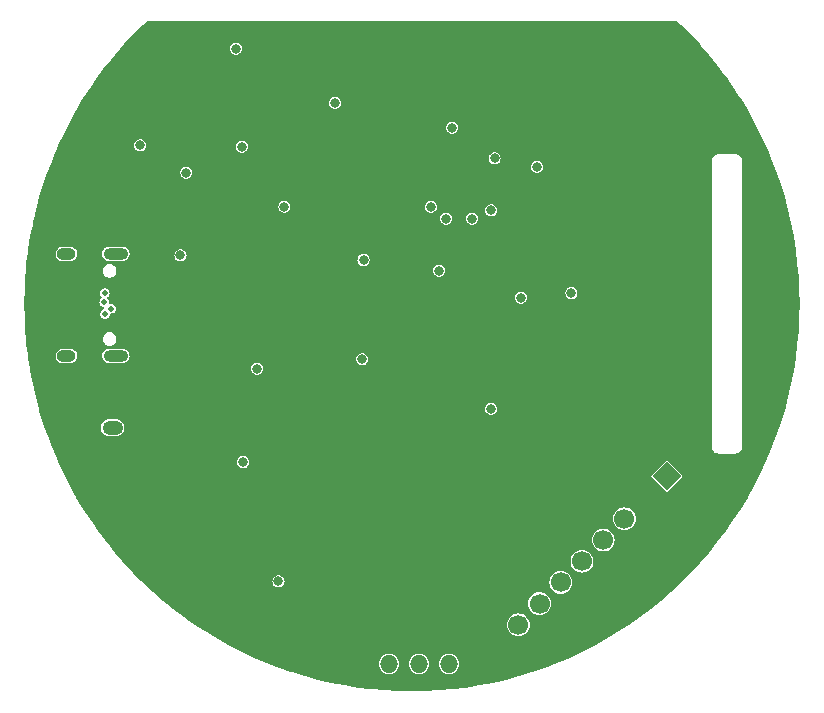
<source format=gbr>
%TF.GenerationSoftware,KiCad,Pcbnew,(7.0.0)*%
%TF.CreationDate,2023-04-01T17:00:43-05:00*%
%TF.ProjectId,pulse_ox_wearable,70756c73-655f-46f7-985f-776561726162,1*%
%TF.SameCoordinates,Original*%
%TF.FileFunction,Copper,L2,Inr*%
%TF.FilePolarity,Positive*%
%FSLAX46Y46*%
G04 Gerber Fmt 4.6, Leading zero omitted, Abs format (unit mm)*
G04 Created by KiCad (PCBNEW (7.0.0)) date 2023-04-01 17:00:43*
%MOMM*%
%LPD*%
G01*
G04 APERTURE LIST*
G04 Aperture macros list*
%AMRoundRect*
0 Rectangle with rounded corners*
0 $1 Rounding radius*
0 $2 $3 $4 $5 $6 $7 $8 $9 X,Y pos of 4 corners*
0 Add a 4 corners polygon primitive as box body*
4,1,4,$2,$3,$4,$5,$6,$7,$8,$9,$2,$3,0*
0 Add four circle primitives for the rounded corners*
1,1,$1+$1,$2,$3*
1,1,$1+$1,$4,$5*
1,1,$1+$1,$6,$7*
1,1,$1+$1,$8,$9*
0 Add four rect primitives between the rounded corners*
20,1,$1+$1,$2,$3,$4,$5,0*
20,1,$1+$1,$4,$5,$6,$7,0*
20,1,$1+$1,$6,$7,$8,$9,0*
20,1,$1+$1,$8,$9,$2,$3,0*%
%AMHorizOval*
0 Thick line with rounded ends*
0 $1 width*
0 $2 $3 position (X,Y) of the first rounded end (center of the circle)*
0 $4 $5 position (X,Y) of the second rounded end (center of the circle)*
0 Add line between two ends*
20,1,$1,$2,$3,$4,$5,0*
0 Add two circle primitives to create the rounded ends*
1,1,$1,$2,$3*
1,1,$1,$4,$5*%
%AMRotRect*
0 Rectangle, with rotation*
0 The origin of the aperture is its center*
0 $1 length*
0 $2 width*
0 $3 Rotation angle, in degrees counterclockwise*
0 Add horizontal line*
21,1,$1,$2,0,0,$3*%
G04 Aperture macros list end*
%TA.AperFunction,ComponentPad*%
%ADD10C,0.600000*%
%TD*%
%TA.AperFunction,ComponentPad*%
%ADD11O,2.100000X1.000000*%
%TD*%
%TA.AperFunction,ComponentPad*%
%ADD12O,1.600000X1.000000*%
%TD*%
%TA.AperFunction,ComponentPad*%
%ADD13O,1.524000X1.524000*%
%TD*%
%TA.AperFunction,ComponentPad*%
%ADD14RotRect,1.700000X1.700000X315.000000*%
%TD*%
%TA.AperFunction,ComponentPad*%
%ADD15HorizOval,1.700000X0.000000X0.000000X0.000000X0.000000X0*%
%TD*%
%TA.AperFunction,ComponentPad*%
%ADD16RoundRect,0.250000X0.625000X-0.350000X0.625000X0.350000X-0.625000X0.350000X-0.625000X-0.350000X0*%
%TD*%
%TA.AperFunction,ComponentPad*%
%ADD17O,1.750000X1.200000*%
%TD*%
%TA.AperFunction,ViaPad*%
%ADD18C,0.800000*%
%TD*%
%TA.AperFunction,ViaPad*%
%ADD19C,0.500000*%
%TD*%
G04 APERTURE END LIST*
D10*
%TO.N,GND*%
%TO.C,U4*%
X88050000Y-79120000D03*
X88050000Y-77620000D03*
X87550000Y-78370000D03*
X87050000Y-79120000D03*
X87050000Y-77620000D03*
%TD*%
D11*
%TO.N,unconnected-(J2-SHIELD-PadS1)*%
%TO.C,J2*%
X70629999Y-53479999D03*
D12*
X66449999Y-53479999D03*
D11*
X70629999Y-62119999D03*
D12*
X66449999Y-62119999D03*
%TD*%
D13*
%TO.N,/VDD_IN*%
%TO.C,SW1*%
X93759999Y-88199999D03*
%TO.N,VDD*%
X96299999Y-88199999D03*
%TO.N,unconnected-(SW1-C-Pad3)*%
X98839999Y-88199999D03*
%TD*%
D14*
%TO.N,+3V3*%
%TO.C,J4*%
X117280255Y-72319743D03*
D15*
%TO.N,GND*%
X115484204Y-74115794D03*
%TO.N,MOSI*%
X113688153Y-75911845D03*
%TO.N,SCLK*%
X111892101Y-77707897D03*
%TO.N,~{CS}*%
X110096050Y-79503948D03*
%TO.N,DC*%
X108299999Y-81299999D03*
%TO.N,RST*%
X106503948Y-83096050D03*
%TO.N,+3V3*%
X104707896Y-84892102D03*
%TD*%
D16*
%TO.N,GND*%
%TO.C,J1*%
X70350000Y-70200000D03*
D17*
%TO.N,VDD*%
X70349999Y-68199999D03*
%TD*%
D18*
%TO.N,VBUS*%
X82600000Y-63200000D03*
X76100000Y-53600000D03*
X91500000Y-62400000D03*
%TO.N,GND*%
X98400000Y-76000000D03*
X127200000Y-57000000D03*
X79285786Y-84685786D03*
X98500000Y-85100001D03*
X69800000Y-64500000D03*
X98499999Y-81100000D03*
X79871573Y-81171573D03*
X76914214Y-38542641D03*
X95300000Y-57700000D03*
X70700000Y-75700000D03*
X91200000Y-55700000D03*
X88500000Y-34373359D03*
X118400000Y-49100000D03*
X126500000Y-62800000D03*
X103700000Y-63000000D03*
X125000000Y-53600000D03*
X125500000Y-60000000D03*
X94500000Y-42900000D03*
X124100000Y-44000000D03*
X121485786Y-72285786D03*
X114000000Y-82900000D03*
X75200000Y-81800000D03*
X99100000Y-44000000D03*
X84900000Y-59200000D03*
X87500000Y-59200000D03*
X83500000Y-61900000D03*
X87500000Y-75800000D03*
X117500000Y-64800000D03*
X82012500Y-47587500D03*
X127200000Y-60100000D03*
X87600000Y-81000000D03*
X99000000Y-35500000D03*
X115500000Y-64800000D03*
X83500000Y-56300000D03*
X116400000Y-49100000D03*
X100600000Y-37500000D03*
X100400000Y-39700000D03*
X72371573Y-78971573D03*
X68900000Y-51500000D03*
X89100000Y-56300000D03*
X115499999Y-68900000D03*
X111900000Y-37300000D03*
X111900000Y-68100000D03*
X65700000Y-47000000D03*
X81400000Y-56300000D03*
X76914214Y-35714214D03*
X73000000Y-54400000D03*
X119500000Y-66800000D03*
X109500000Y-50500000D03*
X107159500Y-69100000D03*
X80028427Y-54428427D03*
X120071573Y-76528427D03*
X100500000Y-81100000D03*
X94800000Y-64200000D03*
X67114214Y-48414214D03*
X74700000Y-75700000D03*
X91500000Y-49300000D03*
X79500000Y-79200000D03*
X90100000Y-59200000D03*
X115500000Y-66800000D03*
X81285786Y-82585786D03*
X102600000Y-37500000D03*
X117500000Y-80700000D03*
X82500000Y-56300000D03*
X121271573Y-41171573D03*
X91700000Y-84200000D03*
X98200000Y-67900000D03*
X74000000Y-53000000D03*
X107900000Y-37300000D03*
X127200000Y-53000000D03*
X98400000Y-78000001D03*
X119500001Y-68900000D03*
X93700000Y-84200000D03*
X108985786Y-41714214D03*
X117500000Y-66800000D03*
X109000000Y-76000000D03*
X76700000Y-55000000D03*
X108300000Y-63200000D03*
X125300000Y-47000000D03*
X108300000Y-67900000D03*
X126500000Y-66800000D03*
X65800000Y-64500000D03*
X124500000Y-66800001D03*
X109500000Y-48499999D03*
X93500001Y-49300000D03*
X118614214Y-78685786D03*
X84600000Y-56300000D03*
X88000000Y-64200000D03*
X75500000Y-37128427D03*
X110400000Y-40300000D03*
X105114214Y-61585786D03*
X109500000Y-52500001D03*
X100500000Y-85100000D03*
X90200000Y-56200000D03*
X67800000Y-64500000D03*
X76400000Y-59500000D03*
X96500000Y-74200000D03*
X122900000Y-73700000D03*
X120400000Y-39100000D03*
X114400000Y-49100000D03*
X88000000Y-56300000D03*
X116400000Y-51100000D03*
X93900000Y-56400000D03*
X101000000Y-35500000D03*
X79280000Y-62680000D03*
X126500000Y-64800001D03*
X95700000Y-84200000D03*
X75200000Y-78971573D03*
X107200000Y-72200000D03*
X94500000Y-36998315D03*
X80700000Y-86100000D03*
X72700000Y-73700000D03*
X124500000Y-64800000D03*
X70900000Y-51500000D03*
X95300000Y-56400000D03*
X93900000Y-57700000D03*
X74085786Y-35714214D03*
X118657359Y-75114214D03*
X77871573Y-83271573D03*
X124499999Y-62800000D03*
X125000000Y-55599999D03*
X111900000Y-66099999D03*
X74700000Y-73700000D03*
X88000000Y-60700000D03*
X75500000Y-34300000D03*
X81200000Y-69100000D03*
X98785786Y-45185786D03*
X82700000Y-84000000D03*
X114399999Y-51100000D03*
X98400000Y-73999999D03*
X100500000Y-83100001D03*
X109000000Y-71999998D03*
X98500000Y-83100000D03*
X118400001Y-51100000D03*
X78328427Y-37128427D03*
X96000000Y-77890000D03*
X125300000Y-48999999D03*
X109000000Y-73999999D03*
X70700000Y-73700000D03*
X125300000Y-51000000D03*
X109900000Y-37300000D03*
X80400000Y-76600000D03*
X65700000Y-49828427D03*
X73785785Y-77557359D03*
X127200000Y-54999999D03*
X72900000Y-51500000D03*
X85100000Y-69700000D03*
X77200000Y-51600000D03*
X102400000Y-39700000D03*
X81300000Y-37900000D03*
X80700000Y-59000000D03*
X108300000Y-65600000D03*
X125000000Y-57600000D03*
X116300000Y-81900000D03*
X103199999Y-87600000D03*
X103457611Y-34373359D03*
X100200000Y-46600000D03*
X117500000Y-68900000D03*
X101100001Y-44000000D03*
X73785786Y-80385785D03*
X78614214Y-53014214D03*
X120071573Y-73700000D03*
X84545778Y-38445778D03*
X86200000Y-59200000D03*
X67114214Y-51242641D03*
X122685786Y-42585786D03*
X87979141Y-67923264D03*
X119500000Y-64800000D03*
X76614214Y-80385786D03*
X85700000Y-56300000D03*
X83800000Y-59200000D03*
X101614214Y-48014214D03*
X106528427Y-60171573D03*
X97099999Y-44000000D03*
X88900000Y-59200000D03*
X111900000Y-70100001D03*
X73100000Y-61000000D03*
X86800000Y-56300000D03*
X111814214Y-38885786D03*
X68528427Y-49828427D03*
X72700000Y-75700000D03*
X109400000Y-55500000D03*
X121485786Y-75114214D03*
X89499999Y-49300000D03*
X96100000Y-81789999D03*
%TO.N,+3V3*%
X102400000Y-66600000D03*
X80800000Y-36100000D03*
X81300000Y-44400000D03*
%TO.N,VDD*%
X81400000Y-71100000D03*
D19*
%TO.N,D-*%
X69704323Y-56800000D03*
X70250000Y-58124500D03*
%TO.N,D+*%
X69712921Y-58572663D03*
X69650000Y-57558850D03*
D18*
%TO.N,SDA*%
X104909045Y-57190955D03*
X102700000Y-45400000D03*
%TO.N,SCL*%
X106300000Y-46119152D03*
X109200000Y-56800000D03*
%TO.N,~{RTS}*%
X98000000Y-54900000D03*
X76600000Y-46600000D03*
%TO.N,~{DTR}*%
X72700000Y-44300000D03*
X91600000Y-54000000D03*
%TO.N,IO0*%
X84900000Y-49500000D03*
X102400000Y-49800000D03*
%TO.N,MOSI*%
X89200000Y-40700000D03*
%TO.N,SCLK*%
X97300000Y-49500000D03*
%TO.N,~{CS}*%
X99100000Y-42800000D03*
%TO.N,DC*%
X100800000Y-50500000D03*
%TO.N,RST*%
X98600000Y-50500000D03*
%TO.N,/VDD_IN*%
X84400000Y-81200000D03*
%TD*%
%TA.AperFunction,Conductor*%
%TO.N,GND*%
G36*
X118177463Y-33808767D02*
G01*
X118217216Y-33833850D01*
X118494531Y-34092451D01*
X118497694Y-34095506D01*
X119304493Y-34902305D01*
X119307549Y-34905468D01*
X120085784Y-35740022D01*
X120088726Y-35743291D01*
X120204961Y-35877004D01*
X120837320Y-36604451D01*
X120840107Y-36607772D01*
X121558201Y-37494544D01*
X121560909Y-37498009D01*
X122247620Y-38409307D01*
X122250205Y-38412865D01*
X122904688Y-39347561D01*
X122907132Y-39351184D01*
X123347535Y-40029346D01*
X123528600Y-40308161D01*
X123530930Y-40311890D01*
X124118617Y-41289967D01*
X124120816Y-41293776D01*
X124674002Y-42291748D01*
X124676067Y-42295631D01*
X125194096Y-43312321D01*
X125196024Y-43316274D01*
X125678251Y-44350412D01*
X125680040Y-44354430D01*
X125896455Y-44864271D01*
X126123858Y-45400000D01*
X126125891Y-45404788D01*
X126127534Y-45408857D01*
X126216224Y-45639901D01*
X126536446Y-46474109D01*
X126537950Y-46478241D01*
X126909441Y-47557129D01*
X126910800Y-47561312D01*
X127244403Y-48652481D01*
X127245616Y-48656709D01*
X127540945Y-49758890D01*
X127542009Y-49763157D01*
X127798692Y-50874976D01*
X127799606Y-50879278D01*
X128017325Y-51999341D01*
X128018089Y-52003672D01*
X128196590Y-53130683D01*
X128197202Y-53135038D01*
X128336260Y-54267572D01*
X128336720Y-54271946D01*
X128436171Y-55408683D01*
X128436477Y-55413071D01*
X128496193Y-56552516D01*
X128496347Y-56556911D01*
X128516261Y-57697800D01*
X128516261Y-57702198D01*
X128496347Y-58843088D01*
X128496193Y-58847483D01*
X128436477Y-59986928D01*
X128436171Y-59991316D01*
X128336720Y-61128053D01*
X128336260Y-61132427D01*
X128197202Y-62264961D01*
X128196590Y-62269316D01*
X128018089Y-63396327D01*
X128017325Y-63400658D01*
X127799606Y-64520721D01*
X127798692Y-64525023D01*
X127542009Y-65636842D01*
X127540945Y-65641109D01*
X127245616Y-66743290D01*
X127244403Y-66747518D01*
X126910800Y-67838687D01*
X126909441Y-67842870D01*
X126537950Y-68921758D01*
X126536446Y-68925890D01*
X126127538Y-69991133D01*
X126125891Y-69995211D01*
X125680040Y-71045569D01*
X125678251Y-71049587D01*
X125196024Y-72083725D01*
X125194096Y-72087678D01*
X124676067Y-73104368D01*
X124674002Y-73108251D01*
X124120816Y-74106223D01*
X124118617Y-74110032D01*
X123530930Y-75088109D01*
X123528600Y-75091838D01*
X122907148Y-76048791D01*
X122904688Y-76052438D01*
X122250205Y-76987134D01*
X122247620Y-76990692D01*
X121560909Y-77901990D01*
X121558201Y-77905455D01*
X120840127Y-78792203D01*
X120837300Y-78795572D01*
X120088726Y-79656708D01*
X120085784Y-79659977D01*
X119307549Y-80494531D01*
X119304493Y-80497694D01*
X118497694Y-81304493D01*
X118494531Y-81307549D01*
X117659977Y-82085784D01*
X117656708Y-82088726D01*
X116795572Y-82837300D01*
X116792203Y-82840127D01*
X115905455Y-83558201D01*
X115901990Y-83560909D01*
X114990692Y-84247620D01*
X114987134Y-84250205D01*
X114052438Y-84904688D01*
X114048791Y-84907148D01*
X113091838Y-85528600D01*
X113088109Y-85530930D01*
X112110032Y-86118617D01*
X112106223Y-86120816D01*
X111108251Y-86674002D01*
X111104368Y-86676067D01*
X110087678Y-87194096D01*
X110083725Y-87196024D01*
X109049587Y-87678251D01*
X109045569Y-87680040D01*
X107995211Y-88125891D01*
X107991133Y-88127538D01*
X106925890Y-88536446D01*
X106921758Y-88537950D01*
X105842870Y-88909441D01*
X105838687Y-88910800D01*
X104747518Y-89244403D01*
X104743290Y-89245616D01*
X103641109Y-89540945D01*
X103636842Y-89542009D01*
X102525023Y-89798692D01*
X102520721Y-89799606D01*
X101400658Y-90017325D01*
X101396327Y-90018089D01*
X100269316Y-90196590D01*
X100264961Y-90197202D01*
X99132427Y-90336260D01*
X99128053Y-90336720D01*
X97991316Y-90436171D01*
X97986928Y-90436477D01*
X96847483Y-90496193D01*
X96843088Y-90496347D01*
X95702199Y-90516261D01*
X95697801Y-90516261D01*
X94556911Y-90496347D01*
X94552516Y-90496193D01*
X93413071Y-90436477D01*
X93408683Y-90436171D01*
X92271946Y-90336720D01*
X92267572Y-90336260D01*
X91135038Y-90197202D01*
X91130683Y-90196590D01*
X90003672Y-90018089D01*
X89999341Y-90017325D01*
X88879278Y-89799606D01*
X88874976Y-89798692D01*
X87763157Y-89542009D01*
X87758890Y-89540945D01*
X86656709Y-89245616D01*
X86652481Y-89244403D01*
X85561312Y-88910800D01*
X85557129Y-88909441D01*
X85375964Y-88847061D01*
X84514825Y-88550547D01*
X84478241Y-88537950D01*
X84474109Y-88536446D01*
X83597636Y-88200000D01*
X92882694Y-88200000D01*
X92901865Y-88382402D01*
X92903902Y-88388674D01*
X92903904Y-88388679D01*
X92956498Y-88550547D01*
X92956501Y-88550554D01*
X92958541Y-88556832D01*
X93050245Y-88715668D01*
X93172968Y-88851965D01*
X93321347Y-88959769D01*
X93488898Y-89034368D01*
X93668297Y-89072500D01*
X93845100Y-89072500D01*
X93851703Y-89072500D01*
X94031102Y-89034368D01*
X94198653Y-88959769D01*
X94347032Y-88851965D01*
X94469755Y-88715668D01*
X94561459Y-88556832D01*
X94618135Y-88382402D01*
X94637306Y-88200000D01*
X95422694Y-88200000D01*
X95441865Y-88382402D01*
X95443902Y-88388674D01*
X95443904Y-88388679D01*
X95496498Y-88550547D01*
X95496501Y-88550554D01*
X95498541Y-88556832D01*
X95590245Y-88715668D01*
X95712968Y-88851965D01*
X95861347Y-88959769D01*
X96028898Y-89034368D01*
X96208297Y-89072500D01*
X96385100Y-89072500D01*
X96391703Y-89072500D01*
X96571102Y-89034368D01*
X96738653Y-88959769D01*
X96887032Y-88851965D01*
X97009755Y-88715668D01*
X97101459Y-88556832D01*
X97158135Y-88382402D01*
X97177306Y-88200000D01*
X97962694Y-88200000D01*
X97981865Y-88382402D01*
X97983902Y-88388674D01*
X97983904Y-88388679D01*
X98036498Y-88550547D01*
X98036501Y-88550554D01*
X98038541Y-88556832D01*
X98130245Y-88715668D01*
X98252968Y-88851965D01*
X98401347Y-88959769D01*
X98568898Y-89034368D01*
X98748297Y-89072500D01*
X98925100Y-89072500D01*
X98931703Y-89072500D01*
X99111102Y-89034368D01*
X99278653Y-88959769D01*
X99427032Y-88851965D01*
X99549755Y-88715668D01*
X99641459Y-88556832D01*
X99698135Y-88382402D01*
X99717306Y-88200000D01*
X99698135Y-88017598D01*
X99641459Y-87843168D01*
X99549755Y-87684332D01*
X99427032Y-87548035D01*
X99278653Y-87440231D01*
X99111102Y-87365632D01*
X99104649Y-87364260D01*
X99104645Y-87364259D01*
X98938160Y-87328872D01*
X98938155Y-87328871D01*
X98931703Y-87327500D01*
X98748297Y-87327500D01*
X98741845Y-87328871D01*
X98741839Y-87328872D01*
X98575354Y-87364259D01*
X98575347Y-87364261D01*
X98568898Y-87365632D01*
X98562868Y-87368316D01*
X98562867Y-87368317D01*
X98407377Y-87437546D01*
X98407375Y-87437547D01*
X98401347Y-87440231D01*
X98396006Y-87444111D01*
X98396005Y-87444112D01*
X98258307Y-87544155D01*
X98258301Y-87544160D01*
X98252968Y-87548035D01*
X98130245Y-87684332D01*
X98126944Y-87690048D01*
X98126942Y-87690052D01*
X98041845Y-87837445D01*
X98038541Y-87843168D01*
X98036502Y-87849442D01*
X98036498Y-87849452D01*
X97983904Y-88011320D01*
X97983902Y-88011327D01*
X97981865Y-88017598D01*
X97962694Y-88200000D01*
X97177306Y-88200000D01*
X97158135Y-88017598D01*
X97101459Y-87843168D01*
X97009755Y-87684332D01*
X96887032Y-87548035D01*
X96738653Y-87440231D01*
X96571102Y-87365632D01*
X96564649Y-87364260D01*
X96564645Y-87364259D01*
X96398160Y-87328872D01*
X96398155Y-87328871D01*
X96391703Y-87327500D01*
X96208297Y-87327500D01*
X96201845Y-87328871D01*
X96201839Y-87328872D01*
X96035354Y-87364259D01*
X96035347Y-87364261D01*
X96028898Y-87365632D01*
X96022868Y-87368316D01*
X96022867Y-87368317D01*
X95867377Y-87437546D01*
X95867375Y-87437547D01*
X95861347Y-87440231D01*
X95856006Y-87444111D01*
X95856005Y-87444112D01*
X95718307Y-87544155D01*
X95718301Y-87544160D01*
X95712968Y-87548035D01*
X95590245Y-87684332D01*
X95586944Y-87690048D01*
X95586942Y-87690052D01*
X95501845Y-87837445D01*
X95498541Y-87843168D01*
X95496502Y-87849442D01*
X95496498Y-87849452D01*
X95443904Y-88011320D01*
X95443902Y-88011327D01*
X95441865Y-88017598D01*
X95422694Y-88200000D01*
X94637306Y-88200000D01*
X94618135Y-88017598D01*
X94561459Y-87843168D01*
X94469755Y-87684332D01*
X94347032Y-87548035D01*
X94198653Y-87440231D01*
X94031102Y-87365632D01*
X94024649Y-87364260D01*
X94024645Y-87364259D01*
X93858160Y-87328872D01*
X93858155Y-87328871D01*
X93851703Y-87327500D01*
X93668297Y-87327500D01*
X93661845Y-87328871D01*
X93661839Y-87328872D01*
X93495354Y-87364259D01*
X93495347Y-87364261D01*
X93488898Y-87365632D01*
X93482868Y-87368316D01*
X93482867Y-87368317D01*
X93327377Y-87437546D01*
X93327375Y-87437547D01*
X93321347Y-87440231D01*
X93316006Y-87444111D01*
X93316005Y-87444112D01*
X93178307Y-87544155D01*
X93178301Y-87544160D01*
X93172968Y-87548035D01*
X93050245Y-87684332D01*
X93046944Y-87690048D01*
X93046942Y-87690052D01*
X92961845Y-87837445D01*
X92958541Y-87843168D01*
X92956502Y-87849442D01*
X92956498Y-87849452D01*
X92903904Y-88011320D01*
X92903902Y-88011327D01*
X92901865Y-88017598D01*
X92882694Y-88200000D01*
X83597636Y-88200000D01*
X83580534Y-88193435D01*
X83408857Y-88127534D01*
X83404788Y-88125891D01*
X83165127Y-88024161D01*
X82738735Y-87843168D01*
X82354430Y-87680040D01*
X82350412Y-87678251D01*
X81316274Y-87196024D01*
X81312321Y-87194096D01*
X80295631Y-86676067D01*
X80291748Y-86674002D01*
X79293776Y-86120816D01*
X79289967Y-86118617D01*
X78311890Y-85530930D01*
X78308161Y-85528600D01*
X78029346Y-85347535D01*
X77351184Y-84907132D01*
X77347561Y-84904688D01*
X77338389Y-84898266D01*
X77329587Y-84892103D01*
X103742750Y-84892103D01*
X103761295Y-85080394D01*
X103816217Y-85261449D01*
X103819136Y-85266910D01*
X103902486Y-85422847D01*
X103902490Y-85422853D01*
X103905407Y-85428310D01*
X104025435Y-85574565D01*
X104171690Y-85694593D01*
X104177148Y-85697510D01*
X104177152Y-85697513D01*
X104255120Y-85739188D01*
X104338551Y-85783783D01*
X104519606Y-85838705D01*
X104707897Y-85857250D01*
X104896188Y-85838705D01*
X105077243Y-85783783D01*
X105244104Y-85694593D01*
X105390359Y-85574565D01*
X105510387Y-85428310D01*
X105599577Y-85261449D01*
X105654499Y-85080394D01*
X105673044Y-84892103D01*
X105654499Y-84703812D01*
X105599577Y-84522757D01*
X105510387Y-84355896D01*
X105390359Y-84209641D01*
X105244104Y-84089613D01*
X105238647Y-84086696D01*
X105238641Y-84086692D01*
X105082704Y-84003342D01*
X105077243Y-84000423D01*
X105066621Y-83997201D01*
X104902110Y-83947297D01*
X104902106Y-83947296D01*
X104896188Y-83945501D01*
X104707897Y-83926956D01*
X104701734Y-83927563D01*
X104525768Y-83944894D01*
X104525767Y-83944894D01*
X104519606Y-83945501D01*
X104513689Y-83947295D01*
X104513683Y-83947297D01*
X104344474Y-83998626D01*
X104344471Y-83998627D01*
X104338551Y-84000423D01*
X104333093Y-84003340D01*
X104333089Y-84003342D01*
X104177152Y-84086692D01*
X104177141Y-84086699D01*
X104171690Y-84089613D01*
X104166904Y-84093540D01*
X104166899Y-84093544D01*
X104030219Y-84205714D01*
X104030214Y-84205718D01*
X104025435Y-84209641D01*
X104021512Y-84214420D01*
X104021508Y-84214425D01*
X103909338Y-84351105D01*
X103909334Y-84351110D01*
X103905407Y-84355896D01*
X103902493Y-84361347D01*
X103902486Y-84361358D01*
X103819136Y-84517295D01*
X103819134Y-84517299D01*
X103816217Y-84522757D01*
X103814421Y-84528677D01*
X103814420Y-84528680D01*
X103763091Y-84697889D01*
X103763089Y-84697895D01*
X103761295Y-84703812D01*
X103742750Y-84892103D01*
X77329587Y-84892103D01*
X76810567Y-84528680D01*
X76412865Y-84250205D01*
X76409307Y-84247620D01*
X75498009Y-83560909D01*
X75494544Y-83558201D01*
X74923836Y-83096051D01*
X105538802Y-83096051D01*
X105557347Y-83284342D01*
X105612269Y-83465397D01*
X105615188Y-83470858D01*
X105698538Y-83626795D01*
X105698542Y-83626801D01*
X105701459Y-83632258D01*
X105821487Y-83778513D01*
X105967742Y-83898541D01*
X105973200Y-83901458D01*
X105973204Y-83901461D01*
X106051172Y-83943136D01*
X106134603Y-83987731D01*
X106315658Y-84042653D01*
X106503949Y-84061198D01*
X106692240Y-84042653D01*
X106873295Y-83987731D01*
X107040156Y-83898541D01*
X107186411Y-83778513D01*
X107306439Y-83632258D01*
X107395629Y-83465397D01*
X107450551Y-83284342D01*
X107469096Y-83096051D01*
X107450551Y-82907760D01*
X107395629Y-82726705D01*
X107306439Y-82559844D01*
X107186411Y-82413589D01*
X107040156Y-82293561D01*
X107034699Y-82290644D01*
X107034693Y-82290640D01*
X106878756Y-82207290D01*
X106873295Y-82204371D01*
X106821832Y-82188760D01*
X106698162Y-82151245D01*
X106698158Y-82151244D01*
X106692240Y-82149449D01*
X106503949Y-82130904D01*
X106497786Y-82131511D01*
X106321820Y-82148842D01*
X106321819Y-82148842D01*
X106315658Y-82149449D01*
X106309741Y-82151243D01*
X106309735Y-82151245D01*
X106140526Y-82202574D01*
X106140523Y-82202575D01*
X106134603Y-82204371D01*
X106129145Y-82207288D01*
X106129141Y-82207290D01*
X105973204Y-82290640D01*
X105973193Y-82290647D01*
X105967742Y-82293561D01*
X105962956Y-82297488D01*
X105962951Y-82297492D01*
X105826271Y-82409662D01*
X105826266Y-82409666D01*
X105821487Y-82413589D01*
X105817564Y-82418368D01*
X105817560Y-82418373D01*
X105705390Y-82555053D01*
X105705386Y-82555058D01*
X105701459Y-82559844D01*
X105698545Y-82565295D01*
X105698538Y-82565306D01*
X105615188Y-82721243D01*
X105615186Y-82721247D01*
X105612269Y-82726705D01*
X105610473Y-82732625D01*
X105610472Y-82732628D01*
X105559143Y-82901837D01*
X105559141Y-82901843D01*
X105557347Y-82907760D01*
X105538802Y-83096051D01*
X74923836Y-83096051D01*
X74607772Y-82840107D01*
X74604451Y-82837320D01*
X73813145Y-82149449D01*
X73743291Y-82088726D01*
X73740022Y-82085784D01*
X72905468Y-81307549D01*
X72902305Y-81304493D01*
X72797812Y-81200000D01*
X83884250Y-81200000D01*
X83905141Y-81345304D01*
X83966123Y-81478836D01*
X84062256Y-81589778D01*
X84185750Y-81669143D01*
X84326601Y-81710500D01*
X84464390Y-81710500D01*
X84473399Y-81710500D01*
X84614250Y-81669143D01*
X84737744Y-81589778D01*
X84833877Y-81478836D01*
X84894859Y-81345304D01*
X84901373Y-81300000D01*
X107334853Y-81300000D01*
X107353398Y-81488291D01*
X107355193Y-81494209D01*
X107355194Y-81494213D01*
X107385661Y-81594649D01*
X107408320Y-81669346D01*
X107411239Y-81674807D01*
X107494589Y-81830744D01*
X107494593Y-81830750D01*
X107497510Y-81836207D01*
X107617538Y-81982462D01*
X107763793Y-82102490D01*
X107769251Y-82105407D01*
X107769255Y-82105410D01*
X107816951Y-82130904D01*
X107930654Y-82191680D01*
X108111709Y-82246602D01*
X108300000Y-82265147D01*
X108488291Y-82246602D01*
X108669346Y-82191680D01*
X108836207Y-82102490D01*
X108982462Y-81982462D01*
X109102490Y-81836207D01*
X109191680Y-81669346D01*
X109246602Y-81488291D01*
X109265147Y-81300000D01*
X109246602Y-81111709D01*
X109191680Y-80930654D01*
X109102490Y-80763793D01*
X108982462Y-80617538D01*
X108836207Y-80497510D01*
X108830750Y-80494593D01*
X108830744Y-80494589D01*
X108674807Y-80411239D01*
X108669346Y-80408320D01*
X108617883Y-80392709D01*
X108494213Y-80355194D01*
X108494209Y-80355193D01*
X108488291Y-80353398D01*
X108300000Y-80334853D01*
X108293837Y-80335460D01*
X108117871Y-80352791D01*
X108117870Y-80352791D01*
X108111709Y-80353398D01*
X108105792Y-80355192D01*
X108105786Y-80355194D01*
X107936577Y-80406523D01*
X107936574Y-80406524D01*
X107930654Y-80408320D01*
X107925196Y-80411237D01*
X107925192Y-80411239D01*
X107769255Y-80494589D01*
X107769244Y-80494596D01*
X107763793Y-80497510D01*
X107759007Y-80501437D01*
X107759002Y-80501441D01*
X107622322Y-80613611D01*
X107622317Y-80613615D01*
X107617538Y-80617538D01*
X107613615Y-80622317D01*
X107613611Y-80622322D01*
X107501441Y-80759002D01*
X107501437Y-80759007D01*
X107497510Y-80763793D01*
X107494596Y-80769244D01*
X107494589Y-80769255D01*
X107411239Y-80925192D01*
X107411237Y-80925196D01*
X107408320Y-80930654D01*
X107406524Y-80936574D01*
X107406523Y-80936577D01*
X107355194Y-81105786D01*
X107355192Y-81105792D01*
X107353398Y-81111709D01*
X107334853Y-81300000D01*
X84901373Y-81300000D01*
X84915750Y-81200000D01*
X84894859Y-81054696D01*
X84833877Y-80921164D01*
X84737744Y-80810222D01*
X84614250Y-80730857D01*
X84605606Y-80728318D01*
X84605604Y-80728318D01*
X84482043Y-80692038D01*
X84482042Y-80692037D01*
X84473399Y-80689500D01*
X84326601Y-80689500D01*
X84317958Y-80692037D01*
X84317956Y-80692038D01*
X84194395Y-80728318D01*
X84194391Y-80728319D01*
X84185750Y-80730857D01*
X84178172Y-80735727D01*
X84178170Y-80735728D01*
X84069836Y-80805350D01*
X84069833Y-80805352D01*
X84062256Y-80810222D01*
X84056358Y-80817028D01*
X84056354Y-80817032D01*
X83972025Y-80914352D01*
X83972022Y-80914355D01*
X83966123Y-80921164D01*
X83962380Y-80929358D01*
X83962379Y-80929361D01*
X83908883Y-81046501D01*
X83908882Y-81046504D01*
X83905141Y-81054696D01*
X83903859Y-81063611D01*
X83903859Y-81063612D01*
X83896944Y-81111709D01*
X83884250Y-81200000D01*
X72797812Y-81200000D01*
X72095506Y-80497694D01*
X72092450Y-80494531D01*
X71314215Y-79659977D01*
X71311273Y-79656708D01*
X71178481Y-79503949D01*
X109130904Y-79503949D01*
X109149449Y-79692240D01*
X109204371Y-79873295D01*
X109207290Y-79878756D01*
X109290640Y-80034693D01*
X109290644Y-80034699D01*
X109293561Y-80040156D01*
X109413589Y-80186411D01*
X109559844Y-80306439D01*
X109565302Y-80309356D01*
X109565306Y-80309359D01*
X109613002Y-80334853D01*
X109726705Y-80395629D01*
X109907760Y-80450551D01*
X110096051Y-80469096D01*
X110284342Y-80450551D01*
X110465397Y-80395629D01*
X110632258Y-80306439D01*
X110778513Y-80186411D01*
X110898541Y-80040156D01*
X110987731Y-79873295D01*
X111042653Y-79692240D01*
X111061198Y-79503949D01*
X111042653Y-79315658D01*
X110987731Y-79134603D01*
X110898541Y-78967742D01*
X110778513Y-78821487D01*
X110744911Y-78793911D01*
X110637048Y-78705390D01*
X110637047Y-78705389D01*
X110632258Y-78701459D01*
X110626801Y-78698542D01*
X110626795Y-78698538D01*
X110470858Y-78615188D01*
X110465397Y-78612269D01*
X110413934Y-78596658D01*
X110290264Y-78559143D01*
X110290260Y-78559142D01*
X110284342Y-78557347D01*
X110096051Y-78538802D01*
X110089888Y-78539409D01*
X109913922Y-78556740D01*
X109913921Y-78556740D01*
X109907760Y-78557347D01*
X109901843Y-78559141D01*
X109901837Y-78559143D01*
X109732628Y-78610472D01*
X109732625Y-78610473D01*
X109726705Y-78612269D01*
X109721247Y-78615186D01*
X109721243Y-78615188D01*
X109565306Y-78698538D01*
X109565295Y-78698545D01*
X109559844Y-78701459D01*
X109555058Y-78705386D01*
X109555053Y-78705390D01*
X109418373Y-78817560D01*
X109418368Y-78817564D01*
X109413589Y-78821487D01*
X109409666Y-78826266D01*
X109409662Y-78826271D01*
X109297492Y-78962951D01*
X109297488Y-78962956D01*
X109293561Y-78967742D01*
X109290647Y-78973193D01*
X109290640Y-78973204D01*
X109207290Y-79129141D01*
X109207288Y-79129145D01*
X109204371Y-79134603D01*
X109202575Y-79140523D01*
X109202574Y-79140526D01*
X109151245Y-79309735D01*
X109151243Y-79309741D01*
X109149449Y-79315658D01*
X109130904Y-79503949D01*
X71178481Y-79503949D01*
X71173124Y-79497786D01*
X70562674Y-78795542D01*
X70559897Y-78792233D01*
X69841790Y-77905445D01*
X69839090Y-77901990D01*
X69830074Y-77890026D01*
X69692831Y-77707898D01*
X110926955Y-77707898D01*
X110945500Y-77896189D01*
X110947295Y-77902107D01*
X110947296Y-77902111D01*
X110948908Y-77907425D01*
X111000422Y-78077244D01*
X111003341Y-78082705D01*
X111086691Y-78238642D01*
X111086695Y-78238648D01*
X111089612Y-78244105D01*
X111209640Y-78390360D01*
X111355895Y-78510388D01*
X111361353Y-78513305D01*
X111361357Y-78513308D01*
X111409053Y-78538802D01*
X111522756Y-78599578D01*
X111703811Y-78654500D01*
X111892102Y-78673045D01*
X112080393Y-78654500D01*
X112261448Y-78599578D01*
X112428309Y-78510388D01*
X112574564Y-78390360D01*
X112694592Y-78244105D01*
X112783782Y-78077244D01*
X112838704Y-77896189D01*
X112857249Y-77707898D01*
X112838704Y-77519607D01*
X112783782Y-77338552D01*
X112694592Y-77171691D01*
X112574564Y-77025436D01*
X112428309Y-76905408D01*
X112422852Y-76902491D01*
X112422846Y-76902487D01*
X112266909Y-76819137D01*
X112261448Y-76816218D01*
X112250826Y-76812996D01*
X112086315Y-76763092D01*
X112086311Y-76763091D01*
X112080393Y-76761296D01*
X111892102Y-76742751D01*
X111885939Y-76743358D01*
X111709973Y-76760689D01*
X111709972Y-76760689D01*
X111703811Y-76761296D01*
X111697894Y-76763090D01*
X111697888Y-76763092D01*
X111528679Y-76814421D01*
X111528676Y-76814422D01*
X111522756Y-76816218D01*
X111517298Y-76819135D01*
X111517294Y-76819137D01*
X111361357Y-76902487D01*
X111361346Y-76902494D01*
X111355895Y-76905408D01*
X111351109Y-76909335D01*
X111351104Y-76909339D01*
X111214424Y-77021509D01*
X111214419Y-77021513D01*
X111209640Y-77025436D01*
X111205717Y-77030215D01*
X111205713Y-77030220D01*
X111093543Y-77166900D01*
X111093539Y-77166905D01*
X111089612Y-77171691D01*
X111086698Y-77177142D01*
X111086691Y-77177153D01*
X111003341Y-77333090D01*
X111003339Y-77333094D01*
X111000422Y-77338552D01*
X110998626Y-77344472D01*
X110998625Y-77344475D01*
X110947296Y-77513684D01*
X110947294Y-77513690D01*
X110945500Y-77519607D01*
X110926955Y-77707898D01*
X69692831Y-77707898D01*
X69175601Y-77021509D01*
X69152379Y-76990692D01*
X69149794Y-76987134D01*
X68853267Y-76563651D01*
X68495295Y-76052415D01*
X68492876Y-76048828D01*
X68403919Y-75911846D01*
X112723007Y-75911846D01*
X112741552Y-76100137D01*
X112796474Y-76281192D01*
X112799393Y-76286653D01*
X112882743Y-76442590D01*
X112882747Y-76442596D01*
X112885664Y-76448053D01*
X113005692Y-76594308D01*
X113151947Y-76714336D01*
X113157405Y-76717253D01*
X113157409Y-76717256D01*
X113235377Y-76758931D01*
X113318808Y-76803526D01*
X113499863Y-76858448D01*
X113688154Y-76876993D01*
X113876445Y-76858448D01*
X114057500Y-76803526D01*
X114224361Y-76714336D01*
X114370616Y-76594308D01*
X114490644Y-76448053D01*
X114579834Y-76281192D01*
X114634756Y-76100137D01*
X114653301Y-75911846D01*
X114634756Y-75723555D01*
X114579834Y-75542500D01*
X114490644Y-75375639D01*
X114370616Y-75229384D01*
X114224361Y-75109356D01*
X114218904Y-75106439D01*
X114218898Y-75106435D01*
X114062961Y-75023085D01*
X114057500Y-75020166D01*
X114046878Y-75016944D01*
X113882367Y-74967040D01*
X113882363Y-74967039D01*
X113876445Y-74965244D01*
X113688154Y-74946699D01*
X113681991Y-74947306D01*
X113506025Y-74964637D01*
X113506024Y-74964637D01*
X113499863Y-74965244D01*
X113493946Y-74967038D01*
X113493940Y-74967040D01*
X113324731Y-75018369D01*
X113324728Y-75018370D01*
X113318808Y-75020166D01*
X113313350Y-75023083D01*
X113313346Y-75023085D01*
X113157409Y-75106435D01*
X113157398Y-75106442D01*
X113151947Y-75109356D01*
X113147161Y-75113283D01*
X113147156Y-75113287D01*
X113010476Y-75225457D01*
X113010471Y-75225461D01*
X113005692Y-75229384D01*
X113001769Y-75234163D01*
X113001765Y-75234168D01*
X112889595Y-75370848D01*
X112889591Y-75370853D01*
X112885664Y-75375639D01*
X112882750Y-75381090D01*
X112882743Y-75381101D01*
X112799393Y-75537038D01*
X112799391Y-75537042D01*
X112796474Y-75542500D01*
X112794678Y-75548420D01*
X112794677Y-75548423D01*
X112743348Y-75717632D01*
X112743346Y-75717638D01*
X112741552Y-75723555D01*
X112723007Y-75911846D01*
X68403919Y-75911846D01*
X67871396Y-75091833D01*
X67869069Y-75088109D01*
X67281382Y-74110032D01*
X67279183Y-74106223D01*
X67012943Y-73625914D01*
X66725988Y-73108234D01*
X66723932Y-73104368D01*
X66324146Y-72319744D01*
X115965510Y-72319744D01*
X115974086Y-72362859D01*
X115992343Y-72390183D01*
X117209817Y-73607657D01*
X117237141Y-73625914D01*
X117280256Y-73634490D01*
X117323371Y-73625914D01*
X117350695Y-73607657D01*
X118568169Y-72390183D01*
X118586426Y-72362859D01*
X118595002Y-72319744D01*
X118586426Y-72276629D01*
X118568169Y-72249305D01*
X117350695Y-71031831D01*
X117323371Y-71013574D01*
X117311202Y-71011153D01*
X117311201Y-71011153D01*
X117292427Y-71007419D01*
X117280256Y-71004998D01*
X117268085Y-71007419D01*
X117249310Y-71011153D01*
X117249307Y-71011153D01*
X117237141Y-71013574D01*
X117226825Y-71020466D01*
X117226824Y-71020467D01*
X117214962Y-71028393D01*
X117209817Y-71031831D01*
X117205443Y-71036204D01*
X117205438Y-71036209D01*
X115996721Y-72244926D01*
X115996716Y-72244931D01*
X115992343Y-72249305D01*
X115974086Y-72276629D01*
X115965510Y-72319744D01*
X66324146Y-72319744D01*
X66205899Y-72087670D01*
X66203975Y-72083725D01*
X65745256Y-71100000D01*
X80884250Y-71100000D01*
X80905141Y-71245304D01*
X80966123Y-71378836D01*
X81062256Y-71489778D01*
X81185750Y-71569143D01*
X81326601Y-71610500D01*
X81464390Y-71610500D01*
X81473399Y-71610500D01*
X81614250Y-71569143D01*
X81737744Y-71489778D01*
X81833877Y-71378836D01*
X81894859Y-71245304D01*
X81915750Y-71100000D01*
X81894859Y-70954696D01*
X81833877Y-70821164D01*
X81737744Y-70710222D01*
X81614250Y-70630857D01*
X81605606Y-70628318D01*
X81605604Y-70628318D01*
X81482043Y-70592038D01*
X81482042Y-70592037D01*
X81473399Y-70589500D01*
X81326601Y-70589500D01*
X81317958Y-70592037D01*
X81317956Y-70592038D01*
X81194395Y-70628318D01*
X81194391Y-70628319D01*
X81185750Y-70630857D01*
X81178172Y-70635727D01*
X81178170Y-70635728D01*
X81069836Y-70705350D01*
X81069833Y-70705352D01*
X81062256Y-70710222D01*
X81056358Y-70717028D01*
X81056354Y-70717032D01*
X80972025Y-70814352D01*
X80972022Y-70814355D01*
X80966123Y-70821164D01*
X80962380Y-70829358D01*
X80962379Y-70829361D01*
X80908883Y-70946501D01*
X80908882Y-70946504D01*
X80905141Y-70954696D01*
X80903859Y-70963611D01*
X80903859Y-70963612D01*
X80892076Y-71045569D01*
X80884250Y-71100000D01*
X65745256Y-71100000D01*
X65721741Y-71049573D01*
X65719959Y-71045569D01*
X65714128Y-71031831D01*
X65274092Y-69995173D01*
X65272476Y-69991172D01*
X65211440Y-69832167D01*
X121099500Y-69832167D01*
X121101073Y-69839059D01*
X121101074Y-69839067D01*
X121130042Y-69965985D01*
X121130043Y-69965987D01*
X121131617Y-69972882D01*
X121134684Y-69979251D01*
X121134686Y-69979256D01*
X121191168Y-70096543D01*
X121191170Y-70096546D01*
X121194241Y-70102923D01*
X121198651Y-70108453D01*
X121198653Y-70108456D01*
X121238739Y-70158722D01*
X121284232Y-70215768D01*
X121397077Y-70305759D01*
X121403455Y-70308830D01*
X121403456Y-70308831D01*
X121460285Y-70336198D01*
X121527118Y-70368383D01*
X121534013Y-70369956D01*
X121534014Y-70369957D01*
X121593284Y-70383485D01*
X121667833Y-70400500D01*
X121674911Y-70400500D01*
X123000000Y-70400500D01*
X123072170Y-70400509D01*
X123212895Y-70368407D01*
X123342945Y-70305788D01*
X123455796Y-70215796D01*
X123545788Y-70102945D01*
X123608407Y-69972895D01*
X123640509Y-69832170D01*
X123640500Y-69760000D01*
X123640500Y-69759500D01*
X123640500Y-57699901D01*
X123640500Y-45639901D01*
X123640500Y-45567833D01*
X123608383Y-45427118D01*
X123545759Y-45297077D01*
X123455768Y-45184232D01*
X123450242Y-45179825D01*
X123348456Y-45098653D01*
X123348453Y-45098651D01*
X123342923Y-45094241D01*
X123336546Y-45091170D01*
X123336543Y-45091168D01*
X123219256Y-45034686D01*
X123219251Y-45034684D01*
X123212882Y-45031617D01*
X123205991Y-45030044D01*
X123205985Y-45030042D01*
X123079067Y-45001074D01*
X123079059Y-45001073D01*
X123072167Y-44999500D01*
X123000099Y-44999500D01*
X121739901Y-44999500D01*
X121739900Y-44999500D01*
X121674909Y-44999509D01*
X121674908Y-44999509D01*
X121667836Y-44999510D01*
X121660945Y-45001083D01*
X121660941Y-45001084D01*
X121534021Y-45030068D01*
X121534018Y-45030069D01*
X121527130Y-45031642D01*
X121520766Y-45034707D01*
X121520758Y-45034710D01*
X121403474Y-45091201D01*
X121403467Y-45091204D01*
X121397100Y-45094272D01*
X121391574Y-45098678D01*
X121391569Y-45098682D01*
X121289786Y-45179854D01*
X121289781Y-45179858D01*
X121284261Y-45184261D01*
X121279858Y-45189781D01*
X121279854Y-45189786D01*
X121198682Y-45291569D01*
X121198678Y-45291574D01*
X121194272Y-45297100D01*
X121191204Y-45303467D01*
X121191201Y-45303474D01*
X121134710Y-45420758D01*
X121134707Y-45420766D01*
X121131642Y-45427130D01*
X121130070Y-45434014D01*
X121130068Y-45434021D01*
X121101084Y-45560941D01*
X121101083Y-45560945D01*
X121099510Y-45567836D01*
X121099500Y-45639900D01*
X121099500Y-45639901D01*
X121099500Y-57699901D01*
X121099500Y-69759500D01*
X121099500Y-69760000D01*
X121099500Y-69832167D01*
X65211440Y-69832167D01*
X64863544Y-68925867D01*
X64862049Y-68921758D01*
X64858173Y-68910500D01*
X64643234Y-68286270D01*
X69364500Y-68286270D01*
X69366321Y-68293661D01*
X69366322Y-68293663D01*
X69403967Y-68446395D01*
X69403968Y-68446399D01*
X69405792Y-68453797D01*
X69485976Y-68606574D01*
X69600391Y-68735723D01*
X69742389Y-68833737D01*
X69903717Y-68894921D01*
X70032025Y-68910500D01*
X70664165Y-68910500D01*
X70667975Y-68910500D01*
X70796283Y-68894921D01*
X70957611Y-68833737D01*
X71099609Y-68735723D01*
X71214024Y-68606574D01*
X71294208Y-68453797D01*
X71335500Y-68286270D01*
X71335500Y-68113730D01*
X71294208Y-67946203D01*
X71214024Y-67793426D01*
X71099609Y-67664277D01*
X71093336Y-67659947D01*
X71093335Y-67659946D01*
X70963886Y-67570594D01*
X70963884Y-67570593D01*
X70957611Y-67566263D01*
X70950483Y-67563559D01*
X70950480Y-67563558D01*
X70803409Y-67507781D01*
X70803404Y-67507779D01*
X70796283Y-67505079D01*
X70784999Y-67503709D01*
X70671760Y-67489959D01*
X70671750Y-67489958D01*
X70667975Y-67489500D01*
X70032025Y-67489500D01*
X70028250Y-67489958D01*
X70028239Y-67489959D01*
X69911285Y-67504160D01*
X69911284Y-67504160D01*
X69903717Y-67505079D01*
X69896597Y-67507779D01*
X69896590Y-67507781D01*
X69749519Y-67563558D01*
X69749512Y-67563561D01*
X69742389Y-67566263D01*
X69736119Y-67570590D01*
X69736113Y-67570594D01*
X69606664Y-67659946D01*
X69606658Y-67659950D01*
X69600391Y-67664277D01*
X69595339Y-67669978D01*
X69595336Y-67669982D01*
X69491032Y-67787718D01*
X69491029Y-67787722D01*
X69485976Y-67793426D01*
X69482434Y-67800174D01*
X69482431Y-67800179D01*
X69409336Y-67939449D01*
X69409333Y-67939454D01*
X69405792Y-67946203D01*
X69403969Y-67953597D01*
X69403967Y-67953604D01*
X69366322Y-68106336D01*
X69364500Y-68113730D01*
X69364500Y-68286270D01*
X64643234Y-68286270D01*
X64490544Y-67842827D01*
X64489213Y-67838730D01*
X64155593Y-66747510D01*
X64154383Y-66743290D01*
X64152533Y-66736387D01*
X64115988Y-66600000D01*
X101884250Y-66600000D01*
X101905141Y-66745304D01*
X101966123Y-66878836D01*
X102062256Y-66989778D01*
X102185750Y-67069143D01*
X102326601Y-67110500D01*
X102464390Y-67110500D01*
X102473399Y-67110500D01*
X102614250Y-67069143D01*
X102737744Y-66989778D01*
X102833877Y-66878836D01*
X102894859Y-66745304D01*
X102915750Y-66600000D01*
X102894859Y-66454696D01*
X102833877Y-66321164D01*
X102737744Y-66210222D01*
X102614250Y-66130857D01*
X102605606Y-66128318D01*
X102605604Y-66128318D01*
X102482043Y-66092038D01*
X102482042Y-66092037D01*
X102473399Y-66089500D01*
X102326601Y-66089500D01*
X102317958Y-66092037D01*
X102317956Y-66092038D01*
X102194395Y-66128318D01*
X102194391Y-66128319D01*
X102185750Y-66130857D01*
X102178172Y-66135727D01*
X102178170Y-66135728D01*
X102069836Y-66205350D01*
X102069833Y-66205352D01*
X102062256Y-66210222D01*
X102056358Y-66217028D01*
X102056354Y-66217032D01*
X101972025Y-66314352D01*
X101972022Y-66314355D01*
X101966123Y-66321164D01*
X101962380Y-66329358D01*
X101962379Y-66329361D01*
X101908883Y-66446501D01*
X101908882Y-66446504D01*
X101905141Y-66454696D01*
X101884250Y-66600000D01*
X64115988Y-66600000D01*
X63859054Y-65641109D01*
X63857990Y-65636842D01*
X63601307Y-64525023D01*
X63600393Y-64520721D01*
X63599632Y-64516808D01*
X63382671Y-63400645D01*
X63381910Y-63396327D01*
X63373829Y-63345304D01*
X63350815Y-63200000D01*
X82084250Y-63200000D01*
X82105141Y-63345304D01*
X82166123Y-63478836D01*
X82262256Y-63589778D01*
X82385750Y-63669143D01*
X82526601Y-63710500D01*
X82664390Y-63710500D01*
X82673399Y-63710500D01*
X82814250Y-63669143D01*
X82937744Y-63589778D01*
X83033877Y-63478836D01*
X83094859Y-63345304D01*
X83115750Y-63200000D01*
X83094859Y-63054696D01*
X83033877Y-62921164D01*
X82937744Y-62810222D01*
X82814250Y-62730857D01*
X82805606Y-62728318D01*
X82805604Y-62728318D01*
X82682043Y-62692038D01*
X82682042Y-62692037D01*
X82673399Y-62689500D01*
X82526601Y-62689500D01*
X82517958Y-62692037D01*
X82517956Y-62692038D01*
X82394395Y-62728318D01*
X82394391Y-62728319D01*
X82385750Y-62730857D01*
X82378172Y-62735727D01*
X82378170Y-62735728D01*
X82269836Y-62805350D01*
X82269833Y-62805352D01*
X82262256Y-62810222D01*
X82256358Y-62817028D01*
X82256354Y-62817032D01*
X82172025Y-62914352D01*
X82172022Y-62914355D01*
X82166123Y-62921164D01*
X82162380Y-62929358D01*
X82162379Y-62929361D01*
X82108883Y-63046501D01*
X82108882Y-63046504D01*
X82105141Y-63054696D01*
X82084250Y-63200000D01*
X63350815Y-63200000D01*
X63203403Y-62269277D01*
X63202802Y-62265001D01*
X63180254Y-62081362D01*
X65535862Y-62081362D01*
X65536359Y-62089266D01*
X65536359Y-62089272D01*
X65538366Y-62121164D01*
X65545548Y-62235305D01*
X65593213Y-62382004D01*
X65597460Y-62388697D01*
X65597462Y-62388700D01*
X65671613Y-62505544D01*
X65671615Y-62505547D01*
X65675863Y-62512240D01*
X65681641Y-62517666D01*
X65681642Y-62517667D01*
X65740812Y-62573231D01*
X65788305Y-62617830D01*
X65923474Y-62692140D01*
X66072876Y-62730500D01*
X66784445Y-62730500D01*
X66788408Y-62730500D01*
X66903032Y-62716020D01*
X67046448Y-62659237D01*
X67171237Y-62568572D01*
X67269559Y-62449722D01*
X67335235Y-62310154D01*
X67364138Y-62158638D01*
X67359276Y-62081362D01*
X69465862Y-62081362D01*
X69466359Y-62089266D01*
X69466359Y-62089272D01*
X69468366Y-62121164D01*
X69475548Y-62235305D01*
X69523213Y-62382004D01*
X69527460Y-62388697D01*
X69527462Y-62388700D01*
X69601613Y-62505544D01*
X69601615Y-62505547D01*
X69605863Y-62512240D01*
X69611641Y-62517666D01*
X69611642Y-62517667D01*
X69670812Y-62573231D01*
X69718305Y-62617830D01*
X69853474Y-62692140D01*
X70002876Y-62730500D01*
X71214445Y-62730500D01*
X71218408Y-62730500D01*
X71333032Y-62716020D01*
X71476448Y-62659237D01*
X71601237Y-62568572D01*
X71699559Y-62449722D01*
X71722956Y-62400000D01*
X90984250Y-62400000D01*
X91005141Y-62545304D01*
X91008882Y-62553497D01*
X91008883Y-62553498D01*
X91058504Y-62662154D01*
X91066123Y-62678836D01*
X91162256Y-62789778D01*
X91285750Y-62869143D01*
X91426601Y-62910500D01*
X91564390Y-62910500D01*
X91573399Y-62910500D01*
X91714250Y-62869143D01*
X91837744Y-62789778D01*
X91933877Y-62678836D01*
X91994859Y-62545304D01*
X92015750Y-62400000D01*
X91994859Y-62254696D01*
X91933877Y-62121164D01*
X91837744Y-62010222D01*
X91714250Y-61930857D01*
X91705606Y-61928318D01*
X91705604Y-61928318D01*
X91582043Y-61892038D01*
X91582042Y-61892037D01*
X91573399Y-61889500D01*
X91426601Y-61889500D01*
X91417958Y-61892037D01*
X91417956Y-61892038D01*
X91294395Y-61928318D01*
X91294391Y-61928319D01*
X91285750Y-61930857D01*
X91278172Y-61935727D01*
X91278170Y-61935728D01*
X91169836Y-62005350D01*
X91169833Y-62005352D01*
X91162256Y-62010222D01*
X91156358Y-62017028D01*
X91156354Y-62017032D01*
X91072025Y-62114352D01*
X91072022Y-62114355D01*
X91066123Y-62121164D01*
X91062380Y-62129358D01*
X91062379Y-62129361D01*
X91008883Y-62246501D01*
X91008882Y-62246504D01*
X91005141Y-62254696D01*
X91003859Y-62263611D01*
X91003859Y-62263612D01*
X90996136Y-62317327D01*
X90984250Y-62400000D01*
X71722956Y-62400000D01*
X71765235Y-62310154D01*
X71794138Y-62158638D01*
X71784452Y-62004695D01*
X71736787Y-61857996D01*
X71732537Y-61851299D01*
X71658386Y-61734455D01*
X71658384Y-61734453D01*
X71654137Y-61727760D01*
X71594149Y-61671428D01*
X71547471Y-61627594D01*
X71547470Y-61627593D01*
X71541695Y-61622170D01*
X71466376Y-61580763D01*
X71413472Y-61551678D01*
X71413468Y-61551676D01*
X71406526Y-61547860D01*
X71398851Y-61545889D01*
X71398845Y-61545887D01*
X71264803Y-61511471D01*
X71264798Y-61511470D01*
X71257124Y-61509500D01*
X70206744Y-61509500D01*
X70146139Y-61493968D01*
X70110518Y-61460604D01*
X70084861Y-61489631D01*
X70028834Y-61511110D01*
X69934834Y-61522985D01*
X69934823Y-61522987D01*
X69926968Y-61523980D01*
X69919606Y-61526894D01*
X69919601Y-61526896D01*
X69790920Y-61577845D01*
X69790914Y-61577847D01*
X69783552Y-61580763D01*
X69777140Y-61585420D01*
X69777139Y-61585422D01*
X69665176Y-61666768D01*
X69665172Y-61666770D01*
X69658763Y-61671428D01*
X69653713Y-61677531D01*
X69653709Y-61677536D01*
X69565493Y-61784170D01*
X69565489Y-61784175D01*
X69560441Y-61790278D01*
X69557069Y-61797443D01*
X69557065Y-61797450D01*
X69498140Y-61922672D01*
X69498138Y-61922677D01*
X69494765Y-61929846D01*
X69493280Y-61937628D01*
X69493279Y-61937633D01*
X69467347Y-62073576D01*
X69465862Y-62081362D01*
X67359276Y-62081362D01*
X67354452Y-62004695D01*
X67306787Y-61857996D01*
X67302537Y-61851299D01*
X67228386Y-61734455D01*
X67228384Y-61734453D01*
X67224137Y-61727760D01*
X67164149Y-61671428D01*
X67117471Y-61627594D01*
X67117470Y-61627593D01*
X67111695Y-61622170D01*
X67036376Y-61580763D01*
X66983472Y-61551678D01*
X66983468Y-61551676D01*
X66976526Y-61547860D01*
X66968851Y-61545889D01*
X66968845Y-61545887D01*
X66834803Y-61511471D01*
X66834798Y-61511470D01*
X66827124Y-61509500D01*
X66111592Y-61509500D01*
X66107667Y-61509995D01*
X66107664Y-61509996D01*
X66004827Y-61522987D01*
X66004825Y-61522987D01*
X65996968Y-61523980D01*
X65989606Y-61526894D01*
X65989601Y-61526896D01*
X65860920Y-61577845D01*
X65860914Y-61577847D01*
X65853552Y-61580763D01*
X65847140Y-61585420D01*
X65847139Y-61585422D01*
X65735176Y-61666768D01*
X65735172Y-61666770D01*
X65728763Y-61671428D01*
X65723713Y-61677531D01*
X65723709Y-61677536D01*
X65635493Y-61784170D01*
X65635489Y-61784175D01*
X65630441Y-61790278D01*
X65627069Y-61797443D01*
X65627065Y-61797450D01*
X65568140Y-61922672D01*
X65568138Y-61922677D01*
X65564765Y-61929846D01*
X65563280Y-61937628D01*
X65563279Y-61937633D01*
X65537347Y-62073576D01*
X65535862Y-62081362D01*
X63180254Y-62081362D01*
X63063733Y-61132376D01*
X63063284Y-61128105D01*
X63024955Y-60690000D01*
X69519534Y-60690000D01*
X69520612Y-60698188D01*
X69538234Y-60832047D01*
X69538235Y-60832053D01*
X69539313Y-60840236D01*
X69542472Y-60847864D01*
X69542473Y-60847865D01*
X69594141Y-60972603D01*
X69594142Y-60972606D01*
X69597302Y-60980233D01*
X69689549Y-61100451D01*
X69809767Y-61192698D01*
X69949764Y-61250687D01*
X70029488Y-61261182D01*
X70085401Y-61282953D01*
X70109114Y-61310064D01*
X70132239Y-61281888D01*
X70190298Y-61258578D01*
X70198542Y-61257492D01*
X70250236Y-61250687D01*
X70390233Y-61192698D01*
X70510451Y-61100451D01*
X70602698Y-60980233D01*
X70660687Y-60840236D01*
X70680466Y-60690000D01*
X70660687Y-60539764D01*
X70602698Y-60399767D01*
X70510451Y-60279549D01*
X70390233Y-60187302D01*
X70382606Y-60184142D01*
X70382603Y-60184141D01*
X70257865Y-60132473D01*
X70257864Y-60132472D01*
X70250236Y-60129313D01*
X70242053Y-60128235D01*
X70242047Y-60128234D01*
X70141807Y-60115038D01*
X70141806Y-60115037D01*
X70137720Y-60114500D01*
X70062280Y-60114500D01*
X70058194Y-60115037D01*
X70058192Y-60115038D01*
X69957952Y-60128234D01*
X69957944Y-60128236D01*
X69949764Y-60129313D01*
X69942137Y-60132472D01*
X69942134Y-60132473D01*
X69817396Y-60184141D01*
X69817390Y-60184144D01*
X69809767Y-60187302D01*
X69803218Y-60192326D01*
X69803213Y-60192330D01*
X69696099Y-60274522D01*
X69696094Y-60274526D01*
X69689549Y-60279549D01*
X69684526Y-60286094D01*
X69684522Y-60286099D01*
X69602330Y-60393213D01*
X69602326Y-60393218D01*
X69597302Y-60399767D01*
X69594144Y-60407390D01*
X69594141Y-60407396D01*
X69542473Y-60532134D01*
X69539313Y-60539764D01*
X69538236Y-60547944D01*
X69538234Y-60547952D01*
X69521052Y-60678463D01*
X69519534Y-60690000D01*
X63024955Y-60690000D01*
X62963825Y-59991282D01*
X62963524Y-59986962D01*
X62903804Y-58847432D01*
X62903653Y-58843137D01*
X62883738Y-57702177D01*
X62883738Y-57697801D01*
X62883835Y-57692244D01*
X62886163Y-57558850D01*
X69244508Y-57558850D01*
X69246059Y-57568643D01*
X69246059Y-57568646D01*
X69264354Y-57684154D01*
X69268852Y-57692983D01*
X69268854Y-57692987D01*
X69292225Y-57738854D01*
X69321950Y-57797192D01*
X69411658Y-57886900D01*
X69524696Y-57944496D01*
X69551264Y-57948703D01*
X69553802Y-57949106D01*
X69614405Y-57976469D01*
X69652641Y-58030871D01*
X69657860Y-58097160D01*
X69628609Y-58156875D01*
X69586391Y-58184611D01*
X69587617Y-58187017D01*
X69483411Y-58240112D01*
X69483407Y-58240114D01*
X69474579Y-58244613D01*
X69467570Y-58251621D01*
X69467567Y-58251624D01*
X69391882Y-58327309D01*
X69391879Y-58327312D01*
X69384871Y-58334321D01*
X69380372Y-58343149D01*
X69380370Y-58343153D01*
X69331775Y-58438525D01*
X69331772Y-58438531D01*
X69327275Y-58447359D01*
X69325724Y-58457148D01*
X69325724Y-58457150D01*
X69317085Y-58511696D01*
X69307429Y-58572663D01*
X69327275Y-58697967D01*
X69331773Y-58706796D01*
X69331775Y-58706800D01*
X69380370Y-58802172D01*
X69384871Y-58811005D01*
X69474579Y-58900713D01*
X69587617Y-58958309D01*
X69712921Y-58978155D01*
X69838225Y-58958309D01*
X69951263Y-58900713D01*
X70040971Y-58811005D01*
X70098567Y-58697967D01*
X70108583Y-58634730D01*
X70131096Y-58580380D01*
X70175829Y-58542174D01*
X70233032Y-58528441D01*
X70240207Y-58528441D01*
X70250000Y-58529992D01*
X70375304Y-58510146D01*
X70488342Y-58452550D01*
X70578050Y-58362842D01*
X70635646Y-58249804D01*
X70655492Y-58124500D01*
X70635646Y-57999196D01*
X70578050Y-57886158D01*
X70488342Y-57796450D01*
X70479510Y-57791950D01*
X70479509Y-57791949D01*
X70384137Y-57743354D01*
X70384133Y-57743352D01*
X70375304Y-57738854D01*
X70365512Y-57737303D01*
X70259793Y-57720559D01*
X70250000Y-57719008D01*
X70240207Y-57720559D01*
X70240206Y-57720559D01*
X70195756Y-57727599D01*
X70137109Y-57722983D01*
X70086949Y-57692244D01*
X70056212Y-57642084D01*
X70051598Y-57583437D01*
X70053941Y-57568646D01*
X70053941Y-57568643D01*
X70055492Y-57558850D01*
X70035646Y-57433546D01*
X69978050Y-57320508D01*
X69953223Y-57295681D01*
X69920611Y-57239197D01*
X69920611Y-57190955D01*
X104393295Y-57190955D01*
X104414186Y-57336259D01*
X104475168Y-57469791D01*
X104571301Y-57580733D01*
X104694795Y-57660098D01*
X104835646Y-57701455D01*
X104973435Y-57701455D01*
X104982444Y-57701455D01*
X105123295Y-57660098D01*
X105246789Y-57580733D01*
X105342922Y-57469791D01*
X105403904Y-57336259D01*
X105424795Y-57190955D01*
X105403904Y-57045651D01*
X105342922Y-56912119D01*
X105246789Y-56801177D01*
X105244958Y-56800000D01*
X108684250Y-56800000D01*
X108705141Y-56945304D01*
X108766123Y-57078836D01*
X108772025Y-57085647D01*
X108848561Y-57173974D01*
X108862256Y-57189778D01*
X108985750Y-57269143D01*
X109126601Y-57310500D01*
X109264390Y-57310500D01*
X109273399Y-57310500D01*
X109414250Y-57269143D01*
X109537744Y-57189778D01*
X109633877Y-57078836D01*
X109694859Y-56945304D01*
X109715750Y-56800000D01*
X109694859Y-56654696D01*
X109633877Y-56521164D01*
X109537744Y-56410222D01*
X109414250Y-56330857D01*
X109405606Y-56328318D01*
X109405604Y-56328318D01*
X109282043Y-56292038D01*
X109282042Y-56292037D01*
X109273399Y-56289500D01*
X109126601Y-56289500D01*
X109117958Y-56292037D01*
X109117956Y-56292038D01*
X108994395Y-56328318D01*
X108994391Y-56328319D01*
X108985750Y-56330857D01*
X108978172Y-56335727D01*
X108978170Y-56335728D01*
X108869836Y-56405350D01*
X108869833Y-56405352D01*
X108862256Y-56410222D01*
X108856358Y-56417028D01*
X108856354Y-56417032D01*
X108772025Y-56514352D01*
X108772022Y-56514355D01*
X108766123Y-56521164D01*
X108762380Y-56529358D01*
X108762379Y-56529361D01*
X108708883Y-56646501D01*
X108708882Y-56646504D01*
X108705141Y-56654696D01*
X108703859Y-56663611D01*
X108703859Y-56663612D01*
X108701073Y-56682993D01*
X108684250Y-56800000D01*
X105244958Y-56800000D01*
X105123295Y-56721812D01*
X105114651Y-56719273D01*
X105114649Y-56719273D01*
X104991088Y-56682993D01*
X104991087Y-56682992D01*
X104982444Y-56680455D01*
X104835646Y-56680455D01*
X104827003Y-56682992D01*
X104827001Y-56682993D01*
X104703440Y-56719273D01*
X104703436Y-56719274D01*
X104694795Y-56721812D01*
X104687217Y-56726682D01*
X104687215Y-56726683D01*
X104578881Y-56796305D01*
X104578878Y-56796307D01*
X104571301Y-56801177D01*
X104565403Y-56807983D01*
X104565399Y-56807987D01*
X104481070Y-56905307D01*
X104481067Y-56905310D01*
X104475168Y-56912119D01*
X104471425Y-56920313D01*
X104471424Y-56920316D01*
X104417928Y-57037456D01*
X104417927Y-57037459D01*
X104414186Y-57045651D01*
X104412904Y-57054566D01*
X104412904Y-57054567D01*
X104402339Y-57128050D01*
X104393295Y-57190955D01*
X69920611Y-57190955D01*
X69920611Y-57173974D01*
X69953220Y-57117494D01*
X70032373Y-57038342D01*
X70089969Y-56925304D01*
X70109815Y-56800000D01*
X70089969Y-56674696D01*
X70084321Y-56663612D01*
X70036873Y-56570490D01*
X70032373Y-56561658D01*
X69942665Y-56471950D01*
X69933833Y-56467450D01*
X69933832Y-56467449D01*
X69838460Y-56418854D01*
X69838456Y-56418852D01*
X69829627Y-56414354D01*
X69819835Y-56412803D01*
X69714116Y-56396059D01*
X69704323Y-56394508D01*
X69694530Y-56396059D01*
X69588810Y-56412803D01*
X69588808Y-56412803D01*
X69579019Y-56414354D01*
X69570191Y-56418851D01*
X69570185Y-56418854D01*
X69474813Y-56467449D01*
X69474809Y-56467451D01*
X69465981Y-56471950D01*
X69458972Y-56478958D01*
X69458969Y-56478961D01*
X69383284Y-56554646D01*
X69383281Y-56554649D01*
X69376273Y-56561658D01*
X69371774Y-56570486D01*
X69371772Y-56570490D01*
X69323177Y-56665862D01*
X69323174Y-56665868D01*
X69318677Y-56674696D01*
X69317126Y-56684485D01*
X69317126Y-56684487D01*
X69310443Y-56726683D01*
X69298831Y-56800000D01*
X69318677Y-56925304D01*
X69323175Y-56934133D01*
X69323177Y-56934137D01*
X69371772Y-57029509D01*
X69376273Y-57038342D01*
X69383284Y-57045353D01*
X69401099Y-57063168D01*
X69433711Y-57119652D01*
X69433711Y-57184874D01*
X69401100Y-57241358D01*
X69321950Y-57320508D01*
X69317451Y-57329336D01*
X69317449Y-57329340D01*
X69268854Y-57424712D01*
X69268851Y-57424718D01*
X69264354Y-57433546D01*
X69262803Y-57443335D01*
X69262803Y-57443337D01*
X69246059Y-57549057D01*
X69244508Y-57558850D01*
X62886163Y-57558850D01*
X62903653Y-56556860D01*
X62903804Y-56552569D01*
X62963524Y-55413033D01*
X62963825Y-55408721D01*
X63007457Y-54910000D01*
X69519534Y-54910000D01*
X69520612Y-54918188D01*
X69538234Y-55052047D01*
X69538235Y-55052053D01*
X69539313Y-55060236D01*
X69542472Y-55067864D01*
X69542473Y-55067865D01*
X69594141Y-55192603D01*
X69594142Y-55192606D01*
X69597302Y-55200233D01*
X69602329Y-55206784D01*
X69602330Y-55206786D01*
X69669750Y-55294649D01*
X69689549Y-55320451D01*
X69809767Y-55412698D01*
X69949764Y-55470687D01*
X70062280Y-55485500D01*
X70133598Y-55485500D01*
X70137720Y-55485500D01*
X70250236Y-55470687D01*
X70390233Y-55412698D01*
X70510451Y-55320451D01*
X70602698Y-55200233D01*
X70660687Y-55060236D01*
X70680466Y-54910000D01*
X70679149Y-54900000D01*
X97484250Y-54900000D01*
X97505141Y-55045304D01*
X97566123Y-55178836D01*
X97662256Y-55289778D01*
X97785750Y-55369143D01*
X97926601Y-55410500D01*
X98064390Y-55410500D01*
X98073399Y-55410500D01*
X98214250Y-55369143D01*
X98337744Y-55289778D01*
X98433877Y-55178836D01*
X98494859Y-55045304D01*
X98515750Y-54900000D01*
X98494859Y-54754696D01*
X98433877Y-54621164D01*
X98337744Y-54510222D01*
X98214250Y-54430857D01*
X98205606Y-54428318D01*
X98205604Y-54428318D01*
X98082043Y-54392038D01*
X98082042Y-54392037D01*
X98073399Y-54389500D01*
X97926601Y-54389500D01*
X97917958Y-54392037D01*
X97917956Y-54392038D01*
X97794395Y-54428318D01*
X97794391Y-54428319D01*
X97785750Y-54430857D01*
X97778172Y-54435727D01*
X97778170Y-54435728D01*
X97669836Y-54505350D01*
X97669833Y-54505352D01*
X97662256Y-54510222D01*
X97656358Y-54517028D01*
X97656354Y-54517032D01*
X97572025Y-54614352D01*
X97572022Y-54614355D01*
X97566123Y-54621164D01*
X97562380Y-54629358D01*
X97562379Y-54629361D01*
X97508883Y-54746501D01*
X97508882Y-54746504D01*
X97505141Y-54754696D01*
X97484250Y-54900000D01*
X70679149Y-54900000D01*
X70660687Y-54759764D01*
X70602698Y-54619767D01*
X70510451Y-54499549D01*
X70474133Y-54471681D01*
X70396786Y-54412330D01*
X70396784Y-54412329D01*
X70390233Y-54407302D01*
X70382606Y-54404142D01*
X70382603Y-54404141D01*
X70257865Y-54352473D01*
X70257864Y-54352472D01*
X70250236Y-54349313D01*
X70242053Y-54348235D01*
X70242047Y-54348234D01*
X70190298Y-54341422D01*
X70132239Y-54318112D01*
X70102656Y-54282066D01*
X70070329Y-54319028D01*
X70014415Y-54340801D01*
X69957951Y-54348235D01*
X69957949Y-54348235D01*
X69949764Y-54349313D01*
X69942137Y-54352472D01*
X69942134Y-54352473D01*
X69817396Y-54404141D01*
X69817390Y-54404144D01*
X69809767Y-54407302D01*
X69803218Y-54412326D01*
X69803213Y-54412330D01*
X69696099Y-54494522D01*
X69696094Y-54494526D01*
X69689549Y-54499549D01*
X69684526Y-54506094D01*
X69684522Y-54506099D01*
X69602330Y-54613213D01*
X69602326Y-54613218D01*
X69597302Y-54619767D01*
X69594144Y-54627390D01*
X69594141Y-54627396D01*
X69542473Y-54752134D01*
X69539313Y-54759764D01*
X69538236Y-54767944D01*
X69538234Y-54767952D01*
X69522024Y-54891083D01*
X69519534Y-54910000D01*
X63007457Y-54910000D01*
X63063285Y-54271888D01*
X63063732Y-54267629D01*
X63165185Y-53441362D01*
X65535862Y-53441362D01*
X65536359Y-53449266D01*
X65536359Y-53449272D01*
X65540226Y-53510726D01*
X65545548Y-53595305D01*
X65555454Y-53625793D01*
X65586441Y-53721164D01*
X65593213Y-53742004D01*
X65597460Y-53748697D01*
X65597462Y-53748700D01*
X65671613Y-53865544D01*
X65671615Y-53865547D01*
X65675863Y-53872240D01*
X65681641Y-53877666D01*
X65681642Y-53877667D01*
X65740812Y-53933231D01*
X65788305Y-53977830D01*
X65923474Y-54052140D01*
X66072876Y-54090500D01*
X66784445Y-54090500D01*
X66788408Y-54090500D01*
X66903032Y-54076020D01*
X67046448Y-54019237D01*
X67171237Y-53928572D01*
X67269559Y-53809722D01*
X67335235Y-53670154D01*
X67364138Y-53518638D01*
X67359276Y-53441362D01*
X69465862Y-53441362D01*
X69466359Y-53449266D01*
X69466359Y-53449272D01*
X69470226Y-53510726D01*
X69475548Y-53595305D01*
X69485454Y-53625793D01*
X69516441Y-53721164D01*
X69523213Y-53742004D01*
X69527460Y-53748697D01*
X69527462Y-53748700D01*
X69601613Y-53865544D01*
X69601615Y-53865547D01*
X69605863Y-53872240D01*
X69611641Y-53877666D01*
X69611642Y-53877667D01*
X69670812Y-53933231D01*
X69718305Y-53977830D01*
X69853474Y-54052140D01*
X70002876Y-54090500D01*
X70010813Y-54090500D01*
X70013757Y-54090872D01*
X70069785Y-54112350D01*
X70101313Y-54148016D01*
X70146139Y-54106032D01*
X70206744Y-54090500D01*
X71214445Y-54090500D01*
X71218408Y-54090500D01*
X71333032Y-54076020D01*
X71476448Y-54019237D01*
X71601237Y-53928572D01*
X71699559Y-53809722D01*
X71765235Y-53670154D01*
X71778617Y-53600000D01*
X75584250Y-53600000D01*
X75605141Y-53745304D01*
X75666123Y-53878836D01*
X75762256Y-53989778D01*
X75885750Y-54069143D01*
X76026601Y-54110500D01*
X76164390Y-54110500D01*
X76173399Y-54110500D01*
X76314250Y-54069143D01*
X76421838Y-54000000D01*
X91084250Y-54000000D01*
X91105141Y-54145304D01*
X91108882Y-54153497D01*
X91108883Y-54153498D01*
X91161979Y-54269763D01*
X91166123Y-54278836D01*
X91262256Y-54389778D01*
X91385750Y-54469143D01*
X91526601Y-54510500D01*
X91664390Y-54510500D01*
X91673399Y-54510500D01*
X91814250Y-54469143D01*
X91937744Y-54389778D01*
X92033877Y-54278836D01*
X92094859Y-54145304D01*
X92115750Y-54000000D01*
X92094859Y-53854696D01*
X92033877Y-53721164D01*
X91937744Y-53610222D01*
X91814250Y-53530857D01*
X91805606Y-53528318D01*
X91805604Y-53528318D01*
X91682043Y-53492038D01*
X91682042Y-53492037D01*
X91673399Y-53489500D01*
X91526601Y-53489500D01*
X91517958Y-53492037D01*
X91517956Y-53492038D01*
X91394395Y-53528318D01*
X91394391Y-53528319D01*
X91385750Y-53530857D01*
X91378172Y-53535727D01*
X91378170Y-53535728D01*
X91269836Y-53605350D01*
X91269833Y-53605352D01*
X91262256Y-53610222D01*
X91256358Y-53617028D01*
X91256354Y-53617032D01*
X91172025Y-53714352D01*
X91172022Y-53714355D01*
X91166123Y-53721164D01*
X91162380Y-53729358D01*
X91162379Y-53729361D01*
X91108883Y-53846501D01*
X91108882Y-53846504D01*
X91105141Y-53854696D01*
X91103859Y-53863611D01*
X91103859Y-53863612D01*
X91093850Y-53933231D01*
X91084250Y-54000000D01*
X76421838Y-54000000D01*
X76437744Y-53989778D01*
X76533877Y-53878836D01*
X76594859Y-53745304D01*
X76615750Y-53600000D01*
X76594859Y-53454696D01*
X76533877Y-53321164D01*
X76437744Y-53210222D01*
X76314250Y-53130857D01*
X76305606Y-53128318D01*
X76305604Y-53128318D01*
X76182043Y-53092038D01*
X76182042Y-53092037D01*
X76173399Y-53089500D01*
X76026601Y-53089500D01*
X76017958Y-53092037D01*
X76017956Y-53092038D01*
X75894395Y-53128318D01*
X75894391Y-53128319D01*
X75885750Y-53130857D01*
X75878172Y-53135727D01*
X75878170Y-53135728D01*
X75769836Y-53205350D01*
X75769833Y-53205352D01*
X75762256Y-53210222D01*
X75756358Y-53217028D01*
X75756354Y-53217032D01*
X75672025Y-53314352D01*
X75672022Y-53314355D01*
X75666123Y-53321164D01*
X75662380Y-53329358D01*
X75662379Y-53329361D01*
X75608883Y-53446501D01*
X75608882Y-53446504D01*
X75605141Y-53454696D01*
X75584250Y-53600000D01*
X71778617Y-53600000D01*
X71794138Y-53518638D01*
X71784452Y-53364695D01*
X71736787Y-53217996D01*
X71732537Y-53211299D01*
X71658386Y-53094455D01*
X71658384Y-53094453D01*
X71654137Y-53087760D01*
X71594149Y-53031428D01*
X71547471Y-52987594D01*
X71547470Y-52987593D01*
X71541695Y-52982170D01*
X71466376Y-52940763D01*
X71413472Y-52911678D01*
X71413468Y-52911676D01*
X71406526Y-52907860D01*
X71398851Y-52905889D01*
X71398845Y-52905887D01*
X71264803Y-52871471D01*
X71264798Y-52871470D01*
X71257124Y-52869500D01*
X70041592Y-52869500D01*
X70037667Y-52869995D01*
X70037664Y-52869996D01*
X69934827Y-52882987D01*
X69934825Y-52882987D01*
X69926968Y-52883980D01*
X69919606Y-52886894D01*
X69919601Y-52886896D01*
X69790920Y-52937845D01*
X69790914Y-52937847D01*
X69783552Y-52940763D01*
X69777140Y-52945420D01*
X69777139Y-52945422D01*
X69665176Y-53026768D01*
X69665172Y-53026770D01*
X69658763Y-53031428D01*
X69653713Y-53037531D01*
X69653709Y-53037536D01*
X69565493Y-53144170D01*
X69565489Y-53144175D01*
X69560441Y-53150278D01*
X69557069Y-53157443D01*
X69557065Y-53157450D01*
X69498140Y-53282672D01*
X69498138Y-53282677D01*
X69494765Y-53289846D01*
X69493280Y-53297628D01*
X69493279Y-53297633D01*
X69478978Y-53372605D01*
X69465862Y-53441362D01*
X67359276Y-53441362D01*
X67354452Y-53364695D01*
X67306787Y-53217996D01*
X67302537Y-53211299D01*
X67228386Y-53094455D01*
X67228384Y-53094453D01*
X67224137Y-53087760D01*
X67164149Y-53031428D01*
X67117471Y-52987594D01*
X67117470Y-52987593D01*
X67111695Y-52982170D01*
X67036376Y-52940763D01*
X66983472Y-52911678D01*
X66983468Y-52911676D01*
X66976526Y-52907860D01*
X66968851Y-52905889D01*
X66968845Y-52905887D01*
X66834803Y-52871471D01*
X66834798Y-52871470D01*
X66827124Y-52869500D01*
X66111592Y-52869500D01*
X66107667Y-52869995D01*
X66107664Y-52869996D01*
X66004827Y-52882987D01*
X66004825Y-52882987D01*
X65996968Y-52883980D01*
X65989606Y-52886894D01*
X65989601Y-52886896D01*
X65860920Y-52937845D01*
X65860914Y-52937847D01*
X65853552Y-52940763D01*
X65847140Y-52945420D01*
X65847139Y-52945422D01*
X65735176Y-53026768D01*
X65735172Y-53026770D01*
X65728763Y-53031428D01*
X65723713Y-53037531D01*
X65723709Y-53037536D01*
X65635493Y-53144170D01*
X65635489Y-53144175D01*
X65630441Y-53150278D01*
X65627069Y-53157443D01*
X65627065Y-53157450D01*
X65568140Y-53282672D01*
X65568138Y-53282677D01*
X65564765Y-53289846D01*
X65563280Y-53297628D01*
X65563279Y-53297633D01*
X65548978Y-53372605D01*
X65535862Y-53441362D01*
X63165185Y-53441362D01*
X63202803Y-53134990D01*
X63203402Y-53130730D01*
X63381914Y-52003648D01*
X63382674Y-51999341D01*
X63575380Y-51007961D01*
X63600395Y-50879267D01*
X63601307Y-50874976D01*
X63656390Y-50636387D01*
X63687877Y-50500000D01*
X98084250Y-50500000D01*
X98105141Y-50645304D01*
X98166123Y-50778836D01*
X98172025Y-50785647D01*
X98253157Y-50879278D01*
X98262256Y-50889778D01*
X98385750Y-50969143D01*
X98526601Y-51010500D01*
X98664390Y-51010500D01*
X98673399Y-51010500D01*
X98814250Y-50969143D01*
X98937744Y-50889778D01*
X99033877Y-50778836D01*
X99094859Y-50645304D01*
X99115750Y-50500000D01*
X100284250Y-50500000D01*
X100305141Y-50645304D01*
X100366123Y-50778836D01*
X100372025Y-50785647D01*
X100453157Y-50879278D01*
X100462256Y-50889778D01*
X100585750Y-50969143D01*
X100726601Y-51010500D01*
X100864390Y-51010500D01*
X100873399Y-51010500D01*
X101014250Y-50969143D01*
X101137744Y-50889778D01*
X101233877Y-50778836D01*
X101294859Y-50645304D01*
X101315750Y-50500000D01*
X101294859Y-50354696D01*
X101233877Y-50221164D01*
X101137744Y-50110222D01*
X101014250Y-50030857D01*
X101005606Y-50028318D01*
X101005604Y-50028318D01*
X100882043Y-49992038D01*
X100882042Y-49992037D01*
X100873399Y-49989500D01*
X100726601Y-49989500D01*
X100717958Y-49992037D01*
X100717956Y-49992038D01*
X100594395Y-50028318D01*
X100594391Y-50028319D01*
X100585750Y-50030857D01*
X100578172Y-50035727D01*
X100578170Y-50035728D01*
X100469836Y-50105350D01*
X100469833Y-50105352D01*
X100462256Y-50110222D01*
X100456358Y-50117028D01*
X100456354Y-50117032D01*
X100372025Y-50214352D01*
X100372022Y-50214355D01*
X100366123Y-50221164D01*
X100362380Y-50229358D01*
X100362379Y-50229361D01*
X100308883Y-50346501D01*
X100308882Y-50346504D01*
X100305141Y-50354696D01*
X100284250Y-50500000D01*
X99115750Y-50500000D01*
X99094859Y-50354696D01*
X99033877Y-50221164D01*
X98937744Y-50110222D01*
X98814250Y-50030857D01*
X98805606Y-50028318D01*
X98805604Y-50028318D01*
X98682043Y-49992038D01*
X98682042Y-49992037D01*
X98673399Y-49989500D01*
X98526601Y-49989500D01*
X98517958Y-49992037D01*
X98517956Y-49992038D01*
X98394395Y-50028318D01*
X98394391Y-50028319D01*
X98385750Y-50030857D01*
X98378172Y-50035727D01*
X98378170Y-50035728D01*
X98269836Y-50105350D01*
X98269833Y-50105352D01*
X98262256Y-50110222D01*
X98256358Y-50117028D01*
X98256354Y-50117032D01*
X98172025Y-50214352D01*
X98172022Y-50214355D01*
X98166123Y-50221164D01*
X98162380Y-50229358D01*
X98162379Y-50229361D01*
X98108883Y-50346501D01*
X98108882Y-50346504D01*
X98105141Y-50354696D01*
X98084250Y-50500000D01*
X63687877Y-50500000D01*
X63857992Y-49763147D01*
X63859054Y-49758890D01*
X63889169Y-49646501D01*
X63928424Y-49500000D01*
X84384250Y-49500000D01*
X84405141Y-49645304D01*
X84466123Y-49778836D01*
X84562256Y-49889778D01*
X84685750Y-49969143D01*
X84826601Y-50010500D01*
X84964390Y-50010500D01*
X84973399Y-50010500D01*
X85114250Y-49969143D01*
X85237744Y-49889778D01*
X85333877Y-49778836D01*
X85394859Y-49645304D01*
X85415750Y-49500000D01*
X96784250Y-49500000D01*
X96805141Y-49645304D01*
X96866123Y-49778836D01*
X96962256Y-49889778D01*
X97085750Y-49969143D01*
X97226601Y-50010500D01*
X97364390Y-50010500D01*
X97373399Y-50010500D01*
X97514250Y-49969143D01*
X97637744Y-49889778D01*
X97715538Y-49800000D01*
X101884250Y-49800000D01*
X101905141Y-49945304D01*
X101966123Y-50078836D01*
X102062256Y-50189778D01*
X102185750Y-50269143D01*
X102326601Y-50310500D01*
X102464390Y-50310500D01*
X102473399Y-50310500D01*
X102614250Y-50269143D01*
X102737744Y-50189778D01*
X102833877Y-50078836D01*
X102894859Y-49945304D01*
X102915750Y-49800000D01*
X102894859Y-49654696D01*
X102833877Y-49521164D01*
X102737744Y-49410222D01*
X102614250Y-49330857D01*
X102605606Y-49328318D01*
X102605604Y-49328318D01*
X102482043Y-49292038D01*
X102482042Y-49292037D01*
X102473399Y-49289500D01*
X102326601Y-49289500D01*
X102317958Y-49292037D01*
X102317956Y-49292038D01*
X102194395Y-49328318D01*
X102194391Y-49328319D01*
X102185750Y-49330857D01*
X102178172Y-49335727D01*
X102178170Y-49335728D01*
X102069836Y-49405350D01*
X102069833Y-49405352D01*
X102062256Y-49410222D01*
X102056358Y-49417028D01*
X102056354Y-49417032D01*
X101972025Y-49514352D01*
X101972022Y-49514355D01*
X101966123Y-49521164D01*
X101962380Y-49529358D01*
X101962379Y-49529361D01*
X101908883Y-49646501D01*
X101908882Y-49646504D01*
X101905141Y-49654696D01*
X101903859Y-49663611D01*
X101903859Y-49663612D01*
X101887293Y-49778836D01*
X101884250Y-49800000D01*
X97715538Y-49800000D01*
X97733877Y-49778836D01*
X97794859Y-49645304D01*
X97815750Y-49500000D01*
X97794859Y-49354696D01*
X97733877Y-49221164D01*
X97637744Y-49110222D01*
X97514250Y-49030857D01*
X97505606Y-49028318D01*
X97505604Y-49028318D01*
X97382043Y-48992038D01*
X97382042Y-48992037D01*
X97373399Y-48989500D01*
X97226601Y-48989500D01*
X97217958Y-48992037D01*
X97217956Y-48992038D01*
X97094395Y-49028318D01*
X97094391Y-49028319D01*
X97085750Y-49030857D01*
X97078172Y-49035727D01*
X97078170Y-49035728D01*
X96969836Y-49105350D01*
X96969833Y-49105352D01*
X96962256Y-49110222D01*
X96956358Y-49117028D01*
X96956354Y-49117032D01*
X96872025Y-49214352D01*
X96872022Y-49214355D01*
X96866123Y-49221164D01*
X96862380Y-49229358D01*
X96862379Y-49229361D01*
X96808883Y-49346501D01*
X96808882Y-49346504D01*
X96805141Y-49354696D01*
X96784250Y-49500000D01*
X85415750Y-49500000D01*
X85394859Y-49354696D01*
X85333877Y-49221164D01*
X85237744Y-49110222D01*
X85114250Y-49030857D01*
X85105606Y-49028318D01*
X85105604Y-49028318D01*
X84982043Y-48992038D01*
X84982042Y-48992037D01*
X84973399Y-48989500D01*
X84826601Y-48989500D01*
X84817958Y-48992037D01*
X84817956Y-48992038D01*
X84694395Y-49028318D01*
X84694391Y-49028319D01*
X84685750Y-49030857D01*
X84678172Y-49035727D01*
X84678170Y-49035728D01*
X84569836Y-49105350D01*
X84569833Y-49105352D01*
X84562256Y-49110222D01*
X84556358Y-49117028D01*
X84556354Y-49117032D01*
X84472025Y-49214352D01*
X84472022Y-49214355D01*
X84466123Y-49221164D01*
X84462380Y-49229358D01*
X84462379Y-49229361D01*
X84408883Y-49346501D01*
X84408882Y-49346504D01*
X84405141Y-49354696D01*
X84384250Y-49500000D01*
X63928424Y-49500000D01*
X64154389Y-48656686D01*
X64155596Y-48652481D01*
X64489218Y-47561252D01*
X64490538Y-47557189D01*
X64820124Y-46600000D01*
X76084250Y-46600000D01*
X76105141Y-46745304D01*
X76166123Y-46878836D01*
X76262256Y-46989778D01*
X76385750Y-47069143D01*
X76526601Y-47110500D01*
X76664390Y-47110500D01*
X76673399Y-47110500D01*
X76814250Y-47069143D01*
X76937744Y-46989778D01*
X77033877Y-46878836D01*
X77094859Y-46745304D01*
X77115750Y-46600000D01*
X77094859Y-46454696D01*
X77033877Y-46321164D01*
X76937744Y-46210222D01*
X76814250Y-46130857D01*
X76805606Y-46128318D01*
X76805604Y-46128318D01*
X76774387Y-46119152D01*
X105784250Y-46119152D01*
X105805141Y-46264456D01*
X105866123Y-46397988D01*
X105872025Y-46404799D01*
X105932086Y-46474113D01*
X105962256Y-46508930D01*
X106085750Y-46588295D01*
X106226601Y-46629652D01*
X106364390Y-46629652D01*
X106373399Y-46629652D01*
X106514250Y-46588295D01*
X106637744Y-46508930D01*
X106733877Y-46397988D01*
X106794859Y-46264456D01*
X106815750Y-46119152D01*
X106794859Y-45973848D01*
X106733877Y-45840316D01*
X106637744Y-45729374D01*
X106514250Y-45650009D01*
X106505606Y-45647470D01*
X106505604Y-45647470D01*
X106382043Y-45611190D01*
X106382042Y-45611189D01*
X106373399Y-45608652D01*
X106226601Y-45608652D01*
X106217958Y-45611189D01*
X106217956Y-45611190D01*
X106094395Y-45647470D01*
X106094391Y-45647471D01*
X106085750Y-45650009D01*
X106078172Y-45654879D01*
X106078170Y-45654880D01*
X105969836Y-45724502D01*
X105969833Y-45724504D01*
X105962256Y-45729374D01*
X105956358Y-45736180D01*
X105956354Y-45736184D01*
X105872025Y-45833504D01*
X105872022Y-45833507D01*
X105866123Y-45840316D01*
X105862380Y-45848510D01*
X105862379Y-45848513D01*
X105808883Y-45965653D01*
X105808882Y-45965656D01*
X105805141Y-45973848D01*
X105784250Y-46119152D01*
X76774387Y-46119152D01*
X76682043Y-46092038D01*
X76682042Y-46092037D01*
X76673399Y-46089500D01*
X76526601Y-46089500D01*
X76517958Y-46092037D01*
X76517956Y-46092038D01*
X76394395Y-46128318D01*
X76394391Y-46128319D01*
X76385750Y-46130857D01*
X76378172Y-46135727D01*
X76378170Y-46135728D01*
X76269836Y-46205350D01*
X76269833Y-46205352D01*
X76262256Y-46210222D01*
X76256358Y-46217028D01*
X76256354Y-46217032D01*
X76172025Y-46314352D01*
X76172022Y-46314355D01*
X76166123Y-46321164D01*
X76162380Y-46329358D01*
X76162379Y-46329361D01*
X76108883Y-46446501D01*
X76108882Y-46446504D01*
X76105141Y-46454696D01*
X76103859Y-46463611D01*
X76103859Y-46463612D01*
X76096643Y-46513801D01*
X76084250Y-46600000D01*
X64820124Y-46600000D01*
X64862064Y-46478198D01*
X64863552Y-46474113D01*
X65272484Y-45408807D01*
X65274084Y-45404845D01*
X65276141Y-45400000D01*
X102184250Y-45400000D01*
X102205141Y-45545304D01*
X102208882Y-45553497D01*
X102208883Y-45553498D01*
X102248615Y-45640500D01*
X102266123Y-45678836D01*
X102362256Y-45789778D01*
X102485750Y-45869143D01*
X102626601Y-45910500D01*
X102764390Y-45910500D01*
X102773399Y-45910500D01*
X102914250Y-45869143D01*
X103037744Y-45789778D01*
X103133877Y-45678836D01*
X103194859Y-45545304D01*
X103215750Y-45400000D01*
X103194859Y-45254696D01*
X103133877Y-45121164D01*
X103037744Y-45010222D01*
X102914250Y-44930857D01*
X102905606Y-44928318D01*
X102905604Y-44928318D01*
X102782043Y-44892038D01*
X102782042Y-44892037D01*
X102773399Y-44889500D01*
X102626601Y-44889500D01*
X102617958Y-44892037D01*
X102617956Y-44892038D01*
X102494395Y-44928318D01*
X102494391Y-44928319D01*
X102485750Y-44930857D01*
X102478172Y-44935727D01*
X102478170Y-44935728D01*
X102369836Y-45005350D01*
X102369833Y-45005352D01*
X102362256Y-45010222D01*
X102356358Y-45017028D01*
X102356354Y-45017032D01*
X102272025Y-45114352D01*
X102272022Y-45114355D01*
X102266123Y-45121164D01*
X102262380Y-45129358D01*
X102262379Y-45129361D01*
X102208883Y-45246501D01*
X102208882Y-45246504D01*
X102205141Y-45254696D01*
X102203859Y-45263611D01*
X102203859Y-45263612D01*
X102198128Y-45303474D01*
X102184250Y-45400000D01*
X65276141Y-45400000D01*
X65719974Y-44354395D01*
X65721732Y-44350447D01*
X65745256Y-44300000D01*
X72184250Y-44300000D01*
X72205141Y-44445304D01*
X72208882Y-44453497D01*
X72208883Y-44453498D01*
X72254551Y-44553498D01*
X72266123Y-44578836D01*
X72272025Y-44585647D01*
X72352774Y-44678836D01*
X72362256Y-44689778D01*
X72485750Y-44769143D01*
X72626601Y-44810500D01*
X72764390Y-44810500D01*
X72773399Y-44810500D01*
X72914250Y-44769143D01*
X73037744Y-44689778D01*
X73133877Y-44578836D01*
X73194859Y-44445304D01*
X73201373Y-44400000D01*
X80784250Y-44400000D01*
X80785532Y-44408917D01*
X80790764Y-44445304D01*
X80805141Y-44545304D01*
X80808882Y-44553497D01*
X80808883Y-44553498D01*
X80820454Y-44578836D01*
X80866123Y-44678836D01*
X80962256Y-44789778D01*
X81085750Y-44869143D01*
X81226601Y-44910500D01*
X81364390Y-44910500D01*
X81373399Y-44910500D01*
X81514250Y-44869143D01*
X81637744Y-44789778D01*
X81733877Y-44678836D01*
X81794859Y-44545304D01*
X81815750Y-44400000D01*
X81794859Y-44254696D01*
X81733877Y-44121164D01*
X81637744Y-44010222D01*
X81514250Y-43930857D01*
X81505606Y-43928318D01*
X81505604Y-43928318D01*
X81382043Y-43892038D01*
X81382042Y-43892037D01*
X81373399Y-43889500D01*
X81226601Y-43889500D01*
X81217958Y-43892037D01*
X81217956Y-43892038D01*
X81094395Y-43928318D01*
X81094391Y-43928319D01*
X81085750Y-43930857D01*
X81078172Y-43935727D01*
X81078170Y-43935728D01*
X80969836Y-44005350D01*
X80969833Y-44005352D01*
X80962256Y-44010222D01*
X80956358Y-44017028D01*
X80956354Y-44017032D01*
X80872025Y-44114352D01*
X80872022Y-44114355D01*
X80866123Y-44121164D01*
X80862380Y-44129358D01*
X80862379Y-44129361D01*
X80808883Y-44246501D01*
X80808882Y-44246504D01*
X80805141Y-44254696D01*
X80803859Y-44263611D01*
X80803859Y-44263612D01*
X80790802Y-44354430D01*
X80784250Y-44400000D01*
X73201373Y-44400000D01*
X73215750Y-44300000D01*
X73194859Y-44154696D01*
X73133877Y-44021164D01*
X73037744Y-43910222D01*
X72914250Y-43830857D01*
X72905606Y-43828318D01*
X72905604Y-43828318D01*
X72782043Y-43792038D01*
X72782042Y-43792037D01*
X72773399Y-43789500D01*
X72626601Y-43789500D01*
X72617958Y-43792037D01*
X72617956Y-43792038D01*
X72494395Y-43828318D01*
X72494391Y-43828319D01*
X72485750Y-43830857D01*
X72478172Y-43835727D01*
X72478170Y-43835728D01*
X72369836Y-43905350D01*
X72369833Y-43905352D01*
X72362256Y-43910222D01*
X72356358Y-43917028D01*
X72356354Y-43917032D01*
X72272025Y-44014352D01*
X72272022Y-44014355D01*
X72266123Y-44021164D01*
X72262380Y-44029358D01*
X72262379Y-44029361D01*
X72208883Y-44146501D01*
X72208882Y-44146504D01*
X72205141Y-44154696D01*
X72184250Y-44300000D01*
X65745256Y-44300000D01*
X66203989Y-43316243D01*
X66205888Y-43312351D01*
X66466943Y-42800000D01*
X98584250Y-42800000D01*
X98605141Y-42945304D01*
X98666123Y-43078836D01*
X98762256Y-43189778D01*
X98885750Y-43269143D01*
X99026601Y-43310500D01*
X99164390Y-43310500D01*
X99173399Y-43310500D01*
X99314250Y-43269143D01*
X99437744Y-43189778D01*
X99533877Y-43078836D01*
X99594859Y-42945304D01*
X99615750Y-42800000D01*
X99594859Y-42654696D01*
X99533877Y-42521164D01*
X99437744Y-42410222D01*
X99314250Y-42330857D01*
X99305606Y-42328318D01*
X99305604Y-42328318D01*
X99182043Y-42292038D01*
X99182042Y-42292037D01*
X99173399Y-42289500D01*
X99026601Y-42289500D01*
X99017958Y-42292037D01*
X99017956Y-42292038D01*
X98894395Y-42328318D01*
X98894391Y-42328319D01*
X98885750Y-42330857D01*
X98878172Y-42335727D01*
X98878170Y-42335728D01*
X98769836Y-42405350D01*
X98769833Y-42405352D01*
X98762256Y-42410222D01*
X98756358Y-42417028D01*
X98756354Y-42417032D01*
X98672025Y-42514352D01*
X98672022Y-42514355D01*
X98666123Y-42521164D01*
X98662380Y-42529358D01*
X98662379Y-42529361D01*
X98608883Y-42646501D01*
X98608882Y-42646504D01*
X98605141Y-42654696D01*
X98584250Y-42800000D01*
X66466943Y-42800000D01*
X66723953Y-42295589D01*
X66725975Y-42291789D01*
X67279193Y-41293758D01*
X67281382Y-41289967D01*
X67330657Y-41207961D01*
X67635870Y-40700000D01*
X88684250Y-40700000D01*
X88705141Y-40845304D01*
X88766123Y-40978836D01*
X88862256Y-41089778D01*
X88985750Y-41169143D01*
X89126601Y-41210500D01*
X89264390Y-41210500D01*
X89273399Y-41210500D01*
X89414250Y-41169143D01*
X89537744Y-41089778D01*
X89633877Y-40978836D01*
X89694859Y-40845304D01*
X89715750Y-40700000D01*
X89694859Y-40554696D01*
X89633877Y-40421164D01*
X89537744Y-40310222D01*
X89414250Y-40230857D01*
X89405606Y-40228318D01*
X89405604Y-40228318D01*
X89282043Y-40192038D01*
X89282042Y-40192037D01*
X89273399Y-40189500D01*
X89126601Y-40189500D01*
X89117958Y-40192037D01*
X89117956Y-40192038D01*
X88994395Y-40228318D01*
X88994391Y-40228319D01*
X88985750Y-40230857D01*
X88978172Y-40235727D01*
X88978170Y-40235728D01*
X88869836Y-40305350D01*
X88869833Y-40305352D01*
X88862256Y-40310222D01*
X88856358Y-40317028D01*
X88856354Y-40317032D01*
X88772025Y-40414352D01*
X88772022Y-40414355D01*
X88766123Y-40421164D01*
X88762380Y-40429358D01*
X88762379Y-40429361D01*
X88708883Y-40546501D01*
X88708882Y-40546504D01*
X88705141Y-40554696D01*
X88684250Y-40700000D01*
X67635870Y-40700000D01*
X67869079Y-40311873D01*
X67871379Y-40308191D01*
X68492893Y-39351144D01*
X68495277Y-39347610D01*
X69149800Y-38412856D01*
X69152379Y-38409307D01*
X69153713Y-38407537D01*
X69839119Y-37497970D01*
X69841768Y-37494581D01*
X70559920Y-36607738D01*
X70562650Y-36604485D01*
X71001191Y-36100000D01*
X80284250Y-36100000D01*
X80305141Y-36245304D01*
X80366123Y-36378836D01*
X80462256Y-36489778D01*
X80585750Y-36569143D01*
X80726601Y-36610500D01*
X80864390Y-36610500D01*
X80873399Y-36610500D01*
X81014250Y-36569143D01*
X81137744Y-36489778D01*
X81233877Y-36378836D01*
X81294859Y-36245304D01*
X81315750Y-36100000D01*
X81294859Y-35954696D01*
X81233877Y-35821164D01*
X81137744Y-35710222D01*
X81014250Y-35630857D01*
X81005606Y-35628318D01*
X81005604Y-35628318D01*
X80882043Y-35592038D01*
X80882042Y-35592037D01*
X80873399Y-35589500D01*
X80726601Y-35589500D01*
X80717958Y-35592037D01*
X80717956Y-35592038D01*
X80594395Y-35628318D01*
X80594391Y-35628319D01*
X80585750Y-35630857D01*
X80578172Y-35635727D01*
X80578170Y-35635728D01*
X80469836Y-35705350D01*
X80469833Y-35705352D01*
X80462256Y-35710222D01*
X80456358Y-35717028D01*
X80456354Y-35717032D01*
X80372025Y-35814352D01*
X80372022Y-35814355D01*
X80366123Y-35821164D01*
X80362380Y-35829358D01*
X80362379Y-35829361D01*
X80308883Y-35946501D01*
X80308882Y-35946504D01*
X80305141Y-35954696D01*
X80284250Y-36100000D01*
X71001191Y-36100000D01*
X71311298Y-35743262D01*
X71314190Y-35740049D01*
X72092477Y-34905439D01*
X72095477Y-34902334D01*
X72902334Y-34095477D01*
X72905439Y-34092477D01*
X73182785Y-33833848D01*
X73222537Y-33808767D01*
X73268716Y-33800000D01*
X118131284Y-33800000D01*
X118177463Y-33808767D01*
G37*
%TD.AperFunction*%
%TD*%
M02*

</source>
